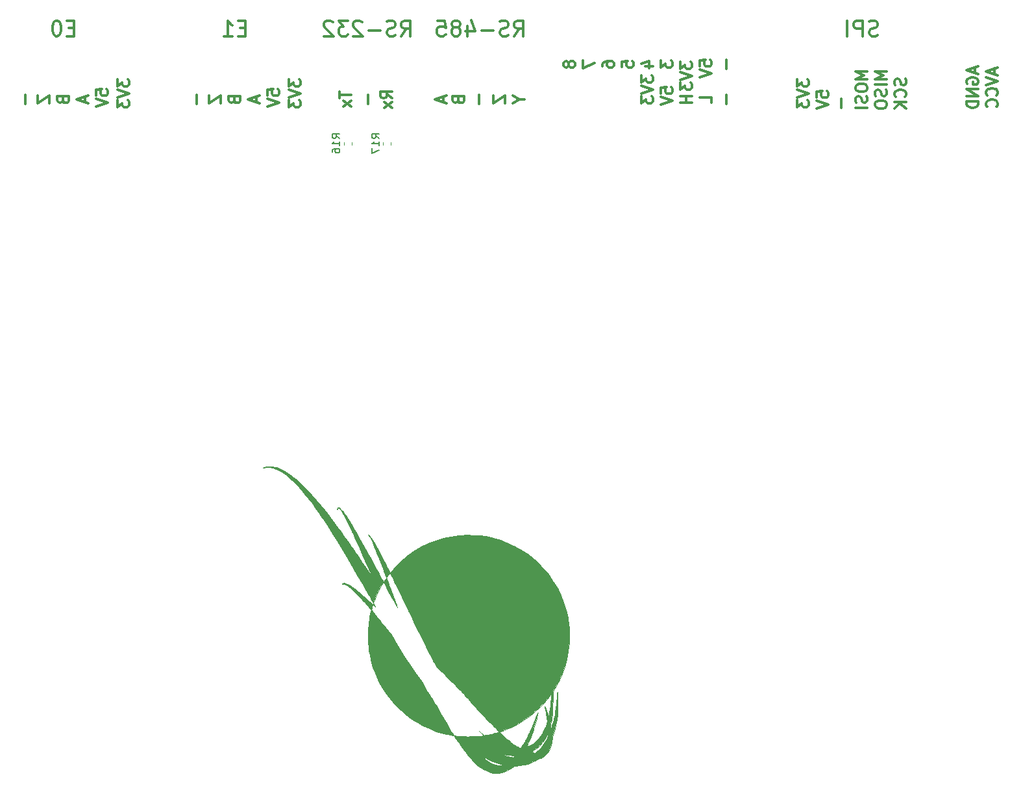
<source format=gbr>
G04 #@! TF.GenerationSoftware,KiCad,Pcbnew,(5.0.2)-1*
G04 #@! TF.CreationDate,2019-03-05T00:15:57-06:00*
G04 #@! TF.ProjectId,ODriveInterfacingBoard,4f447269-7665-4496-9e74-657266616369,rev?*
G04 #@! TF.SameCoordinates,Original*
G04 #@! TF.FileFunction,Legend,Bot*
G04 #@! TF.FilePolarity,Positive*
%FSLAX46Y46*%
G04 Gerber Fmt 4.6, Leading zero omitted, Abs format (unit mm)*
G04 Created by KiCad (PCBNEW (5.0.2)-1) date 3/5/2019 12:15:57 AM*
%MOMM*%
%LPD*%
G01*
G04 APERTURE LIST*
%ADD10C,0.300000*%
%ADD11C,0.120000*%
%ADD12C,0.010000*%
%ADD13C,0.150000*%
G04 APERTURE END LIST*
D10*
X159019619Y-42973523D02*
X158733904Y-43068761D01*
X158257714Y-43068761D01*
X158067238Y-42973523D01*
X157972000Y-42878285D01*
X157876761Y-42687809D01*
X157876761Y-42497333D01*
X157972000Y-42306857D01*
X158067238Y-42211619D01*
X158257714Y-42116380D01*
X158638666Y-42021142D01*
X158829142Y-41925904D01*
X158924380Y-41830666D01*
X159019619Y-41640190D01*
X159019619Y-41449714D01*
X158924380Y-41259238D01*
X158829142Y-41164000D01*
X158638666Y-41068761D01*
X158162476Y-41068761D01*
X157876761Y-41164000D01*
X157019619Y-43068761D02*
X157019619Y-41068761D01*
X156257714Y-41068761D01*
X156067238Y-41164000D01*
X155972000Y-41259238D01*
X155876761Y-41449714D01*
X155876761Y-41735428D01*
X155972000Y-41925904D01*
X156067238Y-42021142D01*
X156257714Y-42116380D01*
X157019619Y-42116380D01*
X155019619Y-43068761D02*
X155019619Y-41068761D01*
X111616571Y-43068761D02*
X112283238Y-42116380D01*
X112759428Y-43068761D02*
X112759428Y-41068761D01*
X111997523Y-41068761D01*
X111807047Y-41164000D01*
X111711809Y-41259238D01*
X111616571Y-41449714D01*
X111616571Y-41735428D01*
X111711809Y-41925904D01*
X111807047Y-42021142D01*
X111997523Y-42116380D01*
X112759428Y-42116380D01*
X110854666Y-42973523D02*
X110568952Y-43068761D01*
X110092761Y-43068761D01*
X109902285Y-42973523D01*
X109807047Y-42878285D01*
X109711809Y-42687809D01*
X109711809Y-42497333D01*
X109807047Y-42306857D01*
X109902285Y-42211619D01*
X110092761Y-42116380D01*
X110473714Y-42021142D01*
X110664190Y-41925904D01*
X110759428Y-41830666D01*
X110854666Y-41640190D01*
X110854666Y-41449714D01*
X110759428Y-41259238D01*
X110664190Y-41164000D01*
X110473714Y-41068761D01*
X109997523Y-41068761D01*
X109711809Y-41164000D01*
X108854666Y-42306857D02*
X107330857Y-42306857D01*
X105521333Y-41735428D02*
X105521333Y-43068761D01*
X105997523Y-40973523D02*
X106473714Y-42402095D01*
X105235619Y-42402095D01*
X104188000Y-41925904D02*
X104378476Y-41830666D01*
X104473714Y-41735428D01*
X104568952Y-41544952D01*
X104568952Y-41449714D01*
X104473714Y-41259238D01*
X104378476Y-41164000D01*
X104188000Y-41068761D01*
X103807047Y-41068761D01*
X103616571Y-41164000D01*
X103521333Y-41259238D01*
X103426095Y-41449714D01*
X103426095Y-41544952D01*
X103521333Y-41735428D01*
X103616571Y-41830666D01*
X103807047Y-41925904D01*
X104188000Y-41925904D01*
X104378476Y-42021142D01*
X104473714Y-42116380D01*
X104568952Y-42306857D01*
X104568952Y-42687809D01*
X104473714Y-42878285D01*
X104378476Y-42973523D01*
X104188000Y-43068761D01*
X103807047Y-43068761D01*
X103616571Y-42973523D01*
X103521333Y-42878285D01*
X103426095Y-42687809D01*
X103426095Y-42306857D01*
X103521333Y-42116380D01*
X103616571Y-42021142D01*
X103807047Y-41925904D01*
X101616571Y-41068761D02*
X102568952Y-41068761D01*
X102664190Y-42021142D01*
X102568952Y-41925904D01*
X102378476Y-41830666D01*
X101902285Y-41830666D01*
X101711809Y-41925904D01*
X101616571Y-42021142D01*
X101521333Y-42211619D01*
X101521333Y-42687809D01*
X101616571Y-42878285D01*
X101711809Y-42973523D01*
X101902285Y-43068761D01*
X102378476Y-43068761D01*
X102568952Y-42973523D01*
X102664190Y-42878285D01*
X96884571Y-43068761D02*
X97551238Y-42116380D01*
X98027428Y-43068761D02*
X98027428Y-41068761D01*
X97265523Y-41068761D01*
X97075047Y-41164000D01*
X96979809Y-41259238D01*
X96884571Y-41449714D01*
X96884571Y-41735428D01*
X96979809Y-41925904D01*
X97075047Y-42021142D01*
X97265523Y-42116380D01*
X98027428Y-42116380D01*
X96122666Y-42973523D02*
X95836952Y-43068761D01*
X95360761Y-43068761D01*
X95170285Y-42973523D01*
X95075047Y-42878285D01*
X94979809Y-42687809D01*
X94979809Y-42497333D01*
X95075047Y-42306857D01*
X95170285Y-42211619D01*
X95360761Y-42116380D01*
X95741714Y-42021142D01*
X95932190Y-41925904D01*
X96027428Y-41830666D01*
X96122666Y-41640190D01*
X96122666Y-41449714D01*
X96027428Y-41259238D01*
X95932190Y-41164000D01*
X95741714Y-41068761D01*
X95265523Y-41068761D01*
X94979809Y-41164000D01*
X94122666Y-42306857D02*
X92598857Y-42306857D01*
X91741714Y-41259238D02*
X91646476Y-41164000D01*
X91456000Y-41068761D01*
X90979809Y-41068761D01*
X90789333Y-41164000D01*
X90694095Y-41259238D01*
X90598857Y-41449714D01*
X90598857Y-41640190D01*
X90694095Y-41925904D01*
X91836952Y-43068761D01*
X90598857Y-43068761D01*
X89932190Y-41068761D02*
X88694095Y-41068761D01*
X89360761Y-41830666D01*
X89075047Y-41830666D01*
X88884571Y-41925904D01*
X88789333Y-42021142D01*
X88694095Y-42211619D01*
X88694095Y-42687809D01*
X88789333Y-42878285D01*
X88884571Y-42973523D01*
X89075047Y-43068761D01*
X89646476Y-43068761D01*
X89836952Y-42973523D01*
X89932190Y-42878285D01*
X87932190Y-41259238D02*
X87836952Y-41164000D01*
X87646476Y-41068761D01*
X87170285Y-41068761D01*
X86979809Y-41164000D01*
X86884571Y-41259238D01*
X86789333Y-41449714D01*
X86789333Y-41640190D01*
X86884571Y-41925904D01*
X88027428Y-43068761D01*
X86789333Y-43068761D01*
X76564952Y-42021142D02*
X75898285Y-42021142D01*
X75612571Y-43068761D02*
X76564952Y-43068761D01*
X76564952Y-41068761D01*
X75612571Y-41068761D01*
X73707809Y-43068761D02*
X74850666Y-43068761D01*
X74279238Y-43068761D02*
X74279238Y-41068761D01*
X74469714Y-41354476D01*
X74660190Y-41544952D01*
X74850666Y-41640190D01*
X54212952Y-42021142D02*
X53546285Y-42021142D01*
X53260571Y-43068761D02*
X54212952Y-43068761D01*
X54212952Y-41068761D01*
X53260571Y-41068761D01*
X52022476Y-41068761D02*
X51832000Y-41068761D01*
X51641523Y-41164000D01*
X51546285Y-41259238D01*
X51451047Y-41449714D01*
X51355809Y-41830666D01*
X51355809Y-42306857D01*
X51451047Y-42687809D01*
X51546285Y-42878285D01*
X51641523Y-42973523D01*
X51832000Y-43068761D01*
X52022476Y-43068761D01*
X52212952Y-42973523D01*
X52308190Y-42878285D01*
X52403428Y-42687809D01*
X52498666Y-42306857D01*
X52498666Y-41830666D01*
X52403428Y-41449714D01*
X52308190Y-41259238D01*
X52212952Y-41164000D01*
X52022476Y-41068761D01*
X174240000Y-47284000D02*
X174240000Y-47998285D01*
X174668571Y-47141142D02*
X173168571Y-47641142D01*
X174668571Y-48141142D01*
X173168571Y-48426857D02*
X174668571Y-48926857D01*
X173168571Y-49426857D01*
X174525714Y-50784000D02*
X174597142Y-50712571D01*
X174668571Y-50498285D01*
X174668571Y-50355428D01*
X174597142Y-50141142D01*
X174454285Y-49998285D01*
X174311428Y-49926857D01*
X174025714Y-49855428D01*
X173811428Y-49855428D01*
X173525714Y-49926857D01*
X173382857Y-49998285D01*
X173240000Y-50141142D01*
X173168571Y-50355428D01*
X173168571Y-50498285D01*
X173240000Y-50712571D01*
X173311428Y-50784000D01*
X174525714Y-52284000D02*
X174597142Y-52212571D01*
X174668571Y-51998285D01*
X174668571Y-51855428D01*
X174597142Y-51641142D01*
X174454285Y-51498285D01*
X174311428Y-51426857D01*
X174025714Y-51355428D01*
X173811428Y-51355428D01*
X173525714Y-51426857D01*
X173382857Y-51498285D01*
X173240000Y-51641142D01*
X173168571Y-51855428D01*
X173168571Y-51998285D01*
X173240000Y-52212571D01*
X173311428Y-52284000D01*
X171700000Y-47141142D02*
X171700000Y-47855428D01*
X172128571Y-46998285D02*
X170628571Y-47498285D01*
X172128571Y-47998285D01*
X170700000Y-49284000D02*
X170628571Y-49141142D01*
X170628571Y-48926857D01*
X170700000Y-48712571D01*
X170842857Y-48569714D01*
X170985714Y-48498285D01*
X171271428Y-48426857D01*
X171485714Y-48426857D01*
X171771428Y-48498285D01*
X171914285Y-48569714D01*
X172057142Y-48712571D01*
X172128571Y-48926857D01*
X172128571Y-49069714D01*
X172057142Y-49284000D01*
X171985714Y-49355428D01*
X171485714Y-49355428D01*
X171485714Y-49069714D01*
X172128571Y-49998285D02*
X170628571Y-49998285D01*
X172128571Y-50855428D01*
X170628571Y-50855428D01*
X172128571Y-51569714D02*
X170628571Y-51569714D01*
X170628571Y-51926857D01*
X170700000Y-52141142D01*
X170842857Y-52284000D01*
X170985714Y-52355428D01*
X171271428Y-52426857D01*
X171485714Y-52426857D01*
X171771428Y-52355428D01*
X171914285Y-52284000D01*
X172057142Y-52141142D01*
X172128571Y-51926857D01*
X172128571Y-51569714D01*
X162659142Y-48617428D02*
X162730571Y-48831714D01*
X162730571Y-49188857D01*
X162659142Y-49331714D01*
X162587714Y-49403142D01*
X162444857Y-49474571D01*
X162302000Y-49474571D01*
X162159142Y-49403142D01*
X162087714Y-49331714D01*
X162016285Y-49188857D01*
X161944857Y-48903142D01*
X161873428Y-48760285D01*
X161802000Y-48688857D01*
X161659142Y-48617428D01*
X161516285Y-48617428D01*
X161373428Y-48688857D01*
X161302000Y-48760285D01*
X161230571Y-48903142D01*
X161230571Y-49260285D01*
X161302000Y-49474571D01*
X162587714Y-50974571D02*
X162659142Y-50903142D01*
X162730571Y-50688857D01*
X162730571Y-50546000D01*
X162659142Y-50331714D01*
X162516285Y-50188857D01*
X162373428Y-50117428D01*
X162087714Y-50046000D01*
X161873428Y-50046000D01*
X161587714Y-50117428D01*
X161444857Y-50188857D01*
X161302000Y-50331714D01*
X161230571Y-50546000D01*
X161230571Y-50688857D01*
X161302000Y-50903142D01*
X161373428Y-50974571D01*
X162730571Y-51617428D02*
X161230571Y-51617428D01*
X162730571Y-52474571D02*
X161873428Y-51831714D01*
X161230571Y-52474571D02*
X162087714Y-51617428D01*
X160190571Y-47680857D02*
X158690571Y-47680857D01*
X159762000Y-48180857D01*
X158690571Y-48680857D01*
X160190571Y-48680857D01*
X160190571Y-49395142D02*
X158690571Y-49395142D01*
X160119142Y-50038000D02*
X160190571Y-50252285D01*
X160190571Y-50609428D01*
X160119142Y-50752285D01*
X160047714Y-50823714D01*
X159904857Y-50895142D01*
X159762000Y-50895142D01*
X159619142Y-50823714D01*
X159547714Y-50752285D01*
X159476285Y-50609428D01*
X159404857Y-50323714D01*
X159333428Y-50180857D01*
X159262000Y-50109428D01*
X159119142Y-50038000D01*
X158976285Y-50038000D01*
X158833428Y-50109428D01*
X158762000Y-50180857D01*
X158690571Y-50323714D01*
X158690571Y-50680857D01*
X158762000Y-50895142D01*
X158690571Y-51823714D02*
X158690571Y-52109428D01*
X158762000Y-52252285D01*
X158904857Y-52395142D01*
X159190571Y-52466571D01*
X159690571Y-52466571D01*
X159976285Y-52395142D01*
X160119142Y-52252285D01*
X160190571Y-52109428D01*
X160190571Y-51823714D01*
X160119142Y-51680857D01*
X159976285Y-51538000D01*
X159690571Y-51466571D01*
X159190571Y-51466571D01*
X158904857Y-51538000D01*
X158762000Y-51680857D01*
X158690571Y-51823714D01*
X157650571Y-47680857D02*
X156150571Y-47680857D01*
X157222000Y-48180857D01*
X156150571Y-48680857D01*
X157650571Y-48680857D01*
X156150571Y-49680857D02*
X156150571Y-49966571D01*
X156222000Y-50109428D01*
X156364857Y-50252285D01*
X156650571Y-50323714D01*
X157150571Y-50323714D01*
X157436285Y-50252285D01*
X157579142Y-50109428D01*
X157650571Y-49966571D01*
X157650571Y-49680857D01*
X157579142Y-49538000D01*
X157436285Y-49395142D01*
X157150571Y-49323714D01*
X156650571Y-49323714D01*
X156364857Y-49395142D01*
X156222000Y-49538000D01*
X156150571Y-49680857D01*
X157579142Y-50895142D02*
X157650571Y-51109428D01*
X157650571Y-51466571D01*
X157579142Y-51609428D01*
X157507714Y-51680857D01*
X157364857Y-51752285D01*
X157222000Y-51752285D01*
X157079142Y-51680857D01*
X157007714Y-51609428D01*
X156936285Y-51466571D01*
X156864857Y-51180857D01*
X156793428Y-51038000D01*
X156722000Y-50966571D01*
X156579142Y-50895142D01*
X156436285Y-50895142D01*
X156293428Y-50966571D01*
X156222000Y-51038000D01*
X156150571Y-51180857D01*
X156150571Y-51538000D01*
X156222000Y-51752285D01*
X157650571Y-52395142D02*
X156150571Y-52395142D01*
X154285142Y-51244571D02*
X154285142Y-52387428D01*
X151070571Y-51022285D02*
X151070571Y-50308000D01*
X151784857Y-50236571D01*
X151713428Y-50308000D01*
X151642000Y-50450857D01*
X151642000Y-50808000D01*
X151713428Y-50950857D01*
X151784857Y-51022285D01*
X151927714Y-51093714D01*
X152284857Y-51093714D01*
X152427714Y-51022285D01*
X152499142Y-50950857D01*
X152570571Y-50808000D01*
X152570571Y-50450857D01*
X152499142Y-50308000D01*
X152427714Y-50236571D01*
X151070571Y-51522285D02*
X152570571Y-52022285D01*
X151070571Y-52522285D01*
X148530571Y-48688857D02*
X148530571Y-49617428D01*
X149102000Y-49117428D01*
X149102000Y-49331714D01*
X149173428Y-49474571D01*
X149244857Y-49546000D01*
X149387714Y-49617428D01*
X149744857Y-49617428D01*
X149887714Y-49546000D01*
X149959142Y-49474571D01*
X150030571Y-49331714D01*
X150030571Y-48903142D01*
X149959142Y-48760285D01*
X149887714Y-48688857D01*
X148530571Y-50046000D02*
X150030571Y-50546000D01*
X148530571Y-51046000D01*
X148530571Y-51403142D02*
X148530571Y-52331714D01*
X149102000Y-51831714D01*
X149102000Y-52046000D01*
X149173428Y-52188857D01*
X149244857Y-52260285D01*
X149387714Y-52331714D01*
X149744857Y-52331714D01*
X149887714Y-52260285D01*
X149959142Y-52188857D01*
X150030571Y-52046000D01*
X150030571Y-51617428D01*
X149959142Y-51474571D01*
X149887714Y-51403142D01*
X134790571Y-50879428D02*
X133290571Y-50879428D01*
X134004857Y-50879428D02*
X134004857Y-51736571D01*
X134790571Y-51736571D02*
X133290571Y-51736571D01*
X137330571Y-51772285D02*
X137330571Y-51058000D01*
X135830571Y-51058000D01*
X139299142Y-50736571D02*
X139299142Y-51879428D01*
X128210571Y-48180857D02*
X128210571Y-49109428D01*
X128782000Y-48609428D01*
X128782000Y-48823714D01*
X128853428Y-48966571D01*
X128924857Y-49038000D01*
X129067714Y-49109428D01*
X129424857Y-49109428D01*
X129567714Y-49038000D01*
X129639142Y-48966571D01*
X129710571Y-48823714D01*
X129710571Y-48395142D01*
X129639142Y-48252285D01*
X129567714Y-48180857D01*
X128210571Y-49538000D02*
X129710571Y-50038000D01*
X128210571Y-50538000D01*
X128210571Y-50895142D02*
X128210571Y-51823714D01*
X128782000Y-51323714D01*
X128782000Y-51538000D01*
X128853428Y-51680857D01*
X128924857Y-51752285D01*
X129067714Y-51823714D01*
X129424857Y-51823714D01*
X129567714Y-51752285D01*
X129639142Y-51680857D01*
X129710571Y-51538000D01*
X129710571Y-51109428D01*
X129639142Y-50966571D01*
X129567714Y-50895142D01*
X130750571Y-50514285D02*
X130750571Y-49800000D01*
X131464857Y-49728571D01*
X131393428Y-49800000D01*
X131322000Y-49942857D01*
X131322000Y-50300000D01*
X131393428Y-50442857D01*
X131464857Y-50514285D01*
X131607714Y-50585714D01*
X131964857Y-50585714D01*
X132107714Y-50514285D01*
X132179142Y-50442857D01*
X132250571Y-50300000D01*
X132250571Y-49942857D01*
X132179142Y-49800000D01*
X132107714Y-49728571D01*
X130750571Y-51014285D02*
X132250571Y-51514285D01*
X130750571Y-52014285D01*
X139299142Y-46164571D02*
X139299142Y-47307428D01*
X133290571Y-46402857D02*
X133290571Y-47331428D01*
X133862000Y-46831428D01*
X133862000Y-47045714D01*
X133933428Y-47188571D01*
X134004857Y-47260000D01*
X134147714Y-47331428D01*
X134504857Y-47331428D01*
X134647714Y-47260000D01*
X134719142Y-47188571D01*
X134790571Y-47045714D01*
X134790571Y-46617142D01*
X134719142Y-46474285D01*
X134647714Y-46402857D01*
X133290571Y-47760000D02*
X134790571Y-48260000D01*
X133290571Y-48760000D01*
X133290571Y-49117142D02*
X133290571Y-50045714D01*
X133862000Y-49545714D01*
X133862000Y-49760000D01*
X133933428Y-49902857D01*
X134004857Y-49974285D01*
X134147714Y-50045714D01*
X134504857Y-50045714D01*
X134647714Y-49974285D01*
X134719142Y-49902857D01*
X134790571Y-49760000D01*
X134790571Y-49331428D01*
X134719142Y-49188571D01*
X134647714Y-49117142D01*
X135830571Y-46958285D02*
X135830571Y-46244000D01*
X136544857Y-46172571D01*
X136473428Y-46244000D01*
X136402000Y-46386857D01*
X136402000Y-46744000D01*
X136473428Y-46886857D01*
X136544857Y-46958285D01*
X136687714Y-47029714D01*
X137044857Y-47029714D01*
X137187714Y-46958285D01*
X137259142Y-46886857D01*
X137330571Y-46744000D01*
X137330571Y-46386857D01*
X137259142Y-46244000D01*
X137187714Y-46172571D01*
X135830571Y-47458285D02*
X137330571Y-47958285D01*
X135830571Y-48458285D01*
X130750571Y-46236000D02*
X130750571Y-47164571D01*
X131322000Y-46664571D01*
X131322000Y-46878857D01*
X131393428Y-47021714D01*
X131464857Y-47093142D01*
X131607714Y-47164571D01*
X131964857Y-47164571D01*
X132107714Y-47093142D01*
X132179142Y-47021714D01*
X132250571Y-46878857D01*
X132250571Y-46450285D01*
X132179142Y-46307428D01*
X132107714Y-46236000D01*
X128710571Y-47021714D02*
X129710571Y-47021714D01*
X128139142Y-46664571D02*
X129210571Y-46307428D01*
X129210571Y-47236000D01*
X125670571Y-47093142D02*
X125670571Y-46378857D01*
X126384857Y-46307428D01*
X126313428Y-46378857D01*
X126242000Y-46521714D01*
X126242000Y-46878857D01*
X126313428Y-47021714D01*
X126384857Y-47093142D01*
X126527714Y-47164571D01*
X126884857Y-47164571D01*
X127027714Y-47093142D01*
X127099142Y-47021714D01*
X127170571Y-46878857D01*
X127170571Y-46521714D01*
X127099142Y-46378857D01*
X127027714Y-46307428D01*
X123130571Y-47021714D02*
X123130571Y-46736000D01*
X123202000Y-46593142D01*
X123273428Y-46521714D01*
X123487714Y-46378857D01*
X123773428Y-46307428D01*
X124344857Y-46307428D01*
X124487714Y-46378857D01*
X124559142Y-46450285D01*
X124630571Y-46593142D01*
X124630571Y-46878857D01*
X124559142Y-47021714D01*
X124487714Y-47093142D01*
X124344857Y-47164571D01*
X123987714Y-47164571D01*
X123844857Y-47093142D01*
X123773428Y-47021714D01*
X123702000Y-46878857D01*
X123702000Y-46593142D01*
X123773428Y-46450285D01*
X123844857Y-46378857D01*
X123987714Y-46307428D01*
X120590571Y-46236000D02*
X120590571Y-47236000D01*
X122090571Y-46593142D01*
X118693428Y-46593142D02*
X118622000Y-46450285D01*
X118550571Y-46378857D01*
X118407714Y-46307428D01*
X118336285Y-46307428D01*
X118193428Y-46378857D01*
X118122000Y-46450285D01*
X118050571Y-46593142D01*
X118050571Y-46878857D01*
X118122000Y-47021714D01*
X118193428Y-47093142D01*
X118336285Y-47164571D01*
X118407714Y-47164571D01*
X118550571Y-47093142D01*
X118622000Y-47021714D01*
X118693428Y-46878857D01*
X118693428Y-46593142D01*
X118764857Y-46450285D01*
X118836285Y-46378857D01*
X118979142Y-46307428D01*
X119264857Y-46307428D01*
X119407714Y-46378857D01*
X119479142Y-46450285D01*
X119550571Y-46593142D01*
X119550571Y-46878857D01*
X119479142Y-47021714D01*
X119407714Y-47093142D01*
X119264857Y-47164571D01*
X118979142Y-47164571D01*
X118836285Y-47093142D01*
X118764857Y-47021714D01*
X118693428Y-46878857D01*
X112232285Y-51308000D02*
X112946571Y-51308000D01*
X111446571Y-50808000D02*
X112232285Y-51308000D01*
X111446571Y-51808000D01*
X108906571Y-50808000D02*
X108906571Y-51808000D01*
X110406571Y-50808000D01*
X110406571Y-51808000D01*
X104286857Y-51415142D02*
X104358285Y-51629428D01*
X104429714Y-51700857D01*
X104572571Y-51772285D01*
X104786857Y-51772285D01*
X104929714Y-51700857D01*
X105001142Y-51629428D01*
X105072571Y-51486571D01*
X105072571Y-50915142D01*
X103572571Y-50915142D01*
X103572571Y-51415142D01*
X103644000Y-51558000D01*
X103715428Y-51629428D01*
X103858285Y-51700857D01*
X104001142Y-51700857D01*
X104144000Y-51629428D01*
X104215428Y-51558000D01*
X104286857Y-51415142D01*
X104286857Y-50915142D01*
X107041142Y-51879428D02*
X107041142Y-50736571D01*
X102358000Y-50950857D02*
X102358000Y-51665142D01*
X102786571Y-50808000D02*
X101286571Y-51308000D01*
X102786571Y-51808000D01*
X95674571Y-51165142D02*
X94960285Y-50665142D01*
X95674571Y-50308000D02*
X94174571Y-50308000D01*
X94174571Y-50879428D01*
X94246000Y-51022285D01*
X94317428Y-51093714D01*
X94460285Y-51165142D01*
X94674571Y-51165142D01*
X94817428Y-51093714D01*
X94888857Y-51022285D01*
X94960285Y-50879428D01*
X94960285Y-50308000D01*
X95674571Y-51665142D02*
X94674571Y-52450857D01*
X94674571Y-51665142D02*
X95674571Y-52450857D01*
X92563142Y-50736571D02*
X92563142Y-51879428D01*
X88840571Y-50272285D02*
X88840571Y-51129428D01*
X90340571Y-50700857D02*
X88840571Y-50700857D01*
X90340571Y-51486571D02*
X89340571Y-52272285D01*
X89340571Y-51486571D02*
X90340571Y-52272285D01*
X79442571Y-50768285D02*
X79442571Y-50054000D01*
X80156857Y-49982571D01*
X80085428Y-50054000D01*
X80014000Y-50196857D01*
X80014000Y-50554000D01*
X80085428Y-50696857D01*
X80156857Y-50768285D01*
X80299714Y-50839714D01*
X80656857Y-50839714D01*
X80799714Y-50768285D01*
X80871142Y-50696857D01*
X80942571Y-50554000D01*
X80942571Y-50196857D01*
X80871142Y-50054000D01*
X80799714Y-49982571D01*
X79442571Y-51268285D02*
X80942571Y-51768285D01*
X79442571Y-52268285D01*
X70211142Y-51879428D02*
X70211142Y-50736571D01*
X71822571Y-50808000D02*
X71822571Y-51808000D01*
X73322571Y-50808000D01*
X73322571Y-51808000D01*
X77974000Y-50950857D02*
X77974000Y-51665142D01*
X78402571Y-50808000D02*
X76902571Y-51308000D01*
X78402571Y-51808000D01*
X82236571Y-48688857D02*
X82236571Y-49617428D01*
X82808000Y-49117428D01*
X82808000Y-49331714D01*
X82879428Y-49474571D01*
X82950857Y-49546000D01*
X83093714Y-49617428D01*
X83450857Y-49617428D01*
X83593714Y-49546000D01*
X83665142Y-49474571D01*
X83736571Y-49331714D01*
X83736571Y-48903142D01*
X83665142Y-48760285D01*
X83593714Y-48688857D01*
X82236571Y-50046000D02*
X83736571Y-50546000D01*
X82236571Y-51046000D01*
X82236571Y-51403142D02*
X82236571Y-52331714D01*
X82808000Y-51831714D01*
X82808000Y-52046000D01*
X82879428Y-52188857D01*
X82950857Y-52260285D01*
X83093714Y-52331714D01*
X83450857Y-52331714D01*
X83593714Y-52260285D01*
X83665142Y-52188857D01*
X83736571Y-52046000D01*
X83736571Y-51617428D01*
X83665142Y-51474571D01*
X83593714Y-51403142D01*
X75076857Y-51415142D02*
X75148285Y-51629428D01*
X75219714Y-51700857D01*
X75362571Y-51772285D01*
X75576857Y-51772285D01*
X75719714Y-51700857D01*
X75791142Y-51629428D01*
X75862571Y-51486571D01*
X75862571Y-50915142D01*
X74362571Y-50915142D01*
X74362571Y-51415142D01*
X74434000Y-51558000D01*
X74505428Y-51629428D01*
X74648285Y-51700857D01*
X74791142Y-51700857D01*
X74934000Y-51629428D01*
X75005428Y-51558000D01*
X75076857Y-51415142D01*
X75076857Y-50915142D01*
X59884571Y-48688857D02*
X59884571Y-49617428D01*
X60456000Y-49117428D01*
X60456000Y-49331714D01*
X60527428Y-49474571D01*
X60598857Y-49546000D01*
X60741714Y-49617428D01*
X61098857Y-49617428D01*
X61241714Y-49546000D01*
X61313142Y-49474571D01*
X61384571Y-49331714D01*
X61384571Y-48903142D01*
X61313142Y-48760285D01*
X61241714Y-48688857D01*
X59884571Y-50046000D02*
X61384571Y-50546000D01*
X59884571Y-51046000D01*
X59884571Y-51403142D02*
X59884571Y-52331714D01*
X60456000Y-51831714D01*
X60456000Y-52046000D01*
X60527428Y-52188857D01*
X60598857Y-52260285D01*
X60741714Y-52331714D01*
X61098857Y-52331714D01*
X61241714Y-52260285D01*
X61313142Y-52188857D01*
X61384571Y-52046000D01*
X61384571Y-51617428D01*
X61313142Y-51474571D01*
X61241714Y-51403142D01*
X57090571Y-50768285D02*
X57090571Y-50054000D01*
X57804857Y-49982571D01*
X57733428Y-50054000D01*
X57662000Y-50196857D01*
X57662000Y-50554000D01*
X57733428Y-50696857D01*
X57804857Y-50768285D01*
X57947714Y-50839714D01*
X58304857Y-50839714D01*
X58447714Y-50768285D01*
X58519142Y-50696857D01*
X58590571Y-50554000D01*
X58590571Y-50196857D01*
X58519142Y-50054000D01*
X58447714Y-49982571D01*
X57090571Y-51268285D02*
X58590571Y-51768285D01*
X57090571Y-52268285D01*
X55622000Y-50950857D02*
X55622000Y-51665142D01*
X56050571Y-50808000D02*
X54550571Y-51308000D01*
X56050571Y-51808000D01*
X52724857Y-51415142D02*
X52796285Y-51629428D01*
X52867714Y-51700857D01*
X53010571Y-51772285D01*
X53224857Y-51772285D01*
X53367714Y-51700857D01*
X53439142Y-51629428D01*
X53510571Y-51486571D01*
X53510571Y-50915142D01*
X52010571Y-50915142D01*
X52010571Y-51415142D01*
X52082000Y-51558000D01*
X52153428Y-51629428D01*
X52296285Y-51700857D01*
X52439142Y-51700857D01*
X52582000Y-51629428D01*
X52653428Y-51558000D01*
X52724857Y-51415142D01*
X52724857Y-50915142D01*
X49470571Y-50808000D02*
X49470571Y-51808000D01*
X50970571Y-50808000D01*
X50970571Y-51808000D01*
X47859142Y-51879428D02*
X47859142Y-50736571D01*
D11*
G04 #@! TO.C,R16*
X89406000Y-56865733D02*
X89406000Y-57208267D01*
X90426000Y-56865733D02*
X90426000Y-57208267D01*
G04 #@! TO.C,R17*
X95506000Y-56865733D02*
X95506000Y-57208267D01*
X94486000Y-56865733D02*
X94486000Y-57208267D01*
D12*
G04 #@! TO.C,G\002A\002A\002A*
G36*
X79464008Y-99152022D02*
X79202186Y-99189784D01*
X78989011Y-99251759D01*
X78956495Y-99265838D01*
X78826000Y-99326310D01*
X78946000Y-99306011D01*
X79363646Y-99259171D01*
X79754836Y-99262290D01*
X80101802Y-99315174D01*
X80116128Y-99318730D01*
X80520451Y-99451694D01*
X80941782Y-99650936D01*
X81381558Y-99917625D01*
X81841219Y-100252932D01*
X82322199Y-100658026D01*
X82825937Y-101134076D01*
X83353870Y-101682254D01*
X83907434Y-102303728D01*
X84183277Y-102629138D01*
X84438830Y-102937781D01*
X84682974Y-103238754D01*
X84919534Y-103537587D01*
X85152337Y-103839812D01*
X85385207Y-104150959D01*
X85621972Y-104476558D01*
X85866456Y-104822140D01*
X86122487Y-105193235D01*
X86393889Y-105595374D01*
X86684489Y-106034088D01*
X86998113Y-106514908D01*
X87338586Y-107043362D01*
X87709734Y-107624983D01*
X88115384Y-108265301D01*
X88456280Y-108806000D01*
X89233659Y-110059579D01*
X89981356Y-111302320D01*
X90687351Y-112514163D01*
X90865031Y-112826000D01*
X91025607Y-113107740D01*
X91211639Y-113431781D01*
X91407812Y-113771592D01*
X91598812Y-114100643D01*
X91766400Y-114387425D01*
X91933320Y-114673561D01*
X92116422Y-114990441D01*
X92301575Y-115313410D01*
X92474646Y-115617813D01*
X92621505Y-115878997D01*
X92626204Y-115887425D01*
X92752858Y-116114273D01*
X92873012Y-116328758D01*
X92978670Y-116516665D01*
X93061839Y-116663778D01*
X93114525Y-116755880D01*
X93116184Y-116758732D01*
X93216805Y-116931465D01*
X93372092Y-116518732D01*
X93453540Y-116314609D01*
X93554800Y-116080175D01*
X93670792Y-115825397D01*
X93796437Y-115560240D01*
X93926655Y-115294671D01*
X94056365Y-115038656D01*
X94180488Y-114802161D01*
X94293943Y-114595151D01*
X94391650Y-114427593D01*
X94468530Y-114309452D01*
X94519503Y-114250696D01*
X94530577Y-114246000D01*
X94557454Y-114279442D01*
X94615149Y-114372177D01*
X94697006Y-114512815D01*
X94796370Y-114689970D01*
X94887057Y-114856000D01*
X95033488Y-115126105D01*
X95190507Y-115413897D01*
X95353333Y-115710778D01*
X95517182Y-116008152D01*
X95677274Y-116297425D01*
X95828825Y-116569999D01*
X95967055Y-116817280D01*
X96087181Y-117030670D01*
X96184421Y-117201575D01*
X96253993Y-117321398D01*
X96291114Y-117381544D01*
X96294529Y-117386000D01*
X96297304Y-117368441D01*
X96276042Y-117289577D01*
X96234785Y-117163015D01*
X96193524Y-117046000D01*
X96093317Y-116770664D01*
X95981929Y-116466929D01*
X95862543Y-116143274D01*
X95738342Y-115808180D01*
X95612511Y-115470127D01*
X95488234Y-115137594D01*
X95368694Y-114819062D01*
X95257075Y-114523011D01*
X95156561Y-114257920D01*
X95070336Y-114032270D01*
X95001583Y-113854541D01*
X94953486Y-113733212D01*
X94929229Y-113676764D01*
X94927514Y-113674000D01*
X94893775Y-113689642D01*
X94830495Y-113759662D01*
X94749791Y-113870142D01*
X94727303Y-113904000D01*
X94643869Y-114027312D01*
X94575866Y-114119102D01*
X94535463Y-114163174D01*
X94531302Y-114164856D01*
X94505976Y-114130804D01*
X94449041Y-114036050D01*
X94366188Y-113890664D01*
X94263112Y-113704712D01*
X94145505Y-113488265D01*
X94086000Y-113377312D01*
X93945870Y-113116403D01*
X93778096Y-112806389D01*
X93593998Y-112468040D01*
X93404891Y-112122122D01*
X93222095Y-111789404D01*
X93111139Y-111588456D01*
X92950075Y-111296970D01*
X92760877Y-110953749D01*
X92553714Y-110577292D01*
X92338756Y-110186096D01*
X92126172Y-109798662D01*
X91926132Y-109433487D01*
X91856393Y-109306000D01*
X91532274Y-108717935D01*
X91213913Y-108149471D01*
X90904759Y-107606393D01*
X90608261Y-107094486D01*
X90327867Y-106619535D01*
X90067026Y-106187328D01*
X89829186Y-105803648D01*
X89617796Y-105474281D01*
X89436306Y-105205013D01*
X89299221Y-105016014D01*
X89107200Y-104784477D01*
X88935944Y-104618004D01*
X88788290Y-104518182D01*
X88667076Y-104486593D01*
X88575142Y-104524824D01*
X88532421Y-104587882D01*
X88492822Y-104694731D01*
X88486007Y-104757550D01*
X88508543Y-104765938D01*
X88556996Y-104709499D01*
X88567220Y-104693273D01*
X88644407Y-104599520D01*
X88716121Y-104573317D01*
X88717071Y-104573487D01*
X88792244Y-104621470D01*
X88896357Y-104741286D01*
X89028145Y-104930693D01*
X89186342Y-105187443D01*
X89369685Y-105509294D01*
X89576907Y-105894000D01*
X89806743Y-106339316D01*
X90057930Y-106842998D01*
X90329201Y-107402801D01*
X90426012Y-107606000D01*
X90521354Y-107809159D01*
X90637724Y-108060809D01*
X90772193Y-108354366D01*
X90921834Y-108683247D01*
X91083718Y-109040869D01*
X91254918Y-109420650D01*
X91432505Y-109816005D01*
X91613551Y-110220353D01*
X91795129Y-110627109D01*
X91974310Y-111029691D01*
X92148166Y-111421515D01*
X92313769Y-111795999D01*
X92468191Y-112146560D01*
X92608504Y-112466614D01*
X92731780Y-112749578D01*
X92835090Y-112988869D01*
X92915508Y-113177905D01*
X92970104Y-113310102D01*
X92995951Y-113378876D01*
X92997466Y-113387345D01*
X92972977Y-113358723D01*
X92910266Y-113272473D01*
X92815537Y-113137499D01*
X92694992Y-112962705D01*
X92554836Y-112756994D01*
X92446000Y-112595834D01*
X92264571Y-112327895D01*
X92049775Y-112013501D01*
X91807095Y-111660486D01*
X91542014Y-111276684D01*
X91260015Y-110869927D01*
X90966580Y-110448048D01*
X90667192Y-110018881D01*
X90367333Y-109590258D01*
X90072487Y-109170014D01*
X89788135Y-108765980D01*
X89519761Y-108385990D01*
X89272847Y-108037877D01*
X89052876Y-107729475D01*
X88865331Y-107468616D01*
X88715694Y-107263134D01*
X88673478Y-107206000D01*
X87943298Y-106235070D01*
X87246956Y-105334332D01*
X86582944Y-104502212D01*
X85949752Y-103737136D01*
X85345869Y-103037530D01*
X84769787Y-102401818D01*
X84219995Y-101828427D01*
X83694983Y-101315783D01*
X83193243Y-100862311D01*
X82713263Y-100466437D01*
X82253534Y-100126586D01*
X81812546Y-99841185D01*
X81388790Y-99608659D01*
X81386000Y-99607273D01*
X81070126Y-99456521D01*
X80801282Y-99343353D01*
X80559775Y-99261216D01*
X80325914Y-99203556D01*
X80080006Y-99163822D01*
X80037759Y-99158635D01*
X79750519Y-99140847D01*
X79464008Y-99152022D01*
X79464008Y-99152022D01*
G37*
X79464008Y-99152022D02*
X79202186Y-99189784D01*
X78989011Y-99251759D01*
X78956495Y-99265838D01*
X78826000Y-99326310D01*
X78946000Y-99306011D01*
X79363646Y-99259171D01*
X79754836Y-99262290D01*
X80101802Y-99315174D01*
X80116128Y-99318730D01*
X80520451Y-99451694D01*
X80941782Y-99650936D01*
X81381558Y-99917625D01*
X81841219Y-100252932D01*
X82322199Y-100658026D01*
X82825937Y-101134076D01*
X83353870Y-101682254D01*
X83907434Y-102303728D01*
X84183277Y-102629138D01*
X84438830Y-102937781D01*
X84682974Y-103238754D01*
X84919534Y-103537587D01*
X85152337Y-103839812D01*
X85385207Y-104150959D01*
X85621972Y-104476558D01*
X85866456Y-104822140D01*
X86122487Y-105193235D01*
X86393889Y-105595374D01*
X86684489Y-106034088D01*
X86998113Y-106514908D01*
X87338586Y-107043362D01*
X87709734Y-107624983D01*
X88115384Y-108265301D01*
X88456280Y-108806000D01*
X89233659Y-110059579D01*
X89981356Y-111302320D01*
X90687351Y-112514163D01*
X90865031Y-112826000D01*
X91025607Y-113107740D01*
X91211639Y-113431781D01*
X91407812Y-113771592D01*
X91598812Y-114100643D01*
X91766400Y-114387425D01*
X91933320Y-114673561D01*
X92116422Y-114990441D01*
X92301575Y-115313410D01*
X92474646Y-115617813D01*
X92621505Y-115878997D01*
X92626204Y-115887425D01*
X92752858Y-116114273D01*
X92873012Y-116328758D01*
X92978670Y-116516665D01*
X93061839Y-116663778D01*
X93114525Y-116755880D01*
X93116184Y-116758732D01*
X93216805Y-116931465D01*
X93372092Y-116518732D01*
X93453540Y-116314609D01*
X93554800Y-116080175D01*
X93670792Y-115825397D01*
X93796437Y-115560240D01*
X93926655Y-115294671D01*
X94056365Y-115038656D01*
X94180488Y-114802161D01*
X94293943Y-114595151D01*
X94391650Y-114427593D01*
X94468530Y-114309452D01*
X94519503Y-114250696D01*
X94530577Y-114246000D01*
X94557454Y-114279442D01*
X94615149Y-114372177D01*
X94697006Y-114512815D01*
X94796370Y-114689970D01*
X94887057Y-114856000D01*
X95033488Y-115126105D01*
X95190507Y-115413897D01*
X95353333Y-115710778D01*
X95517182Y-116008152D01*
X95677274Y-116297425D01*
X95828825Y-116569999D01*
X95967055Y-116817280D01*
X96087181Y-117030670D01*
X96184421Y-117201575D01*
X96253993Y-117321398D01*
X96291114Y-117381544D01*
X96294529Y-117386000D01*
X96297304Y-117368441D01*
X96276042Y-117289577D01*
X96234785Y-117163015D01*
X96193524Y-117046000D01*
X96093317Y-116770664D01*
X95981929Y-116466929D01*
X95862543Y-116143274D01*
X95738342Y-115808180D01*
X95612511Y-115470127D01*
X95488234Y-115137594D01*
X95368694Y-114819062D01*
X95257075Y-114523011D01*
X95156561Y-114257920D01*
X95070336Y-114032270D01*
X95001583Y-113854541D01*
X94953486Y-113733212D01*
X94929229Y-113676764D01*
X94927514Y-113674000D01*
X94893775Y-113689642D01*
X94830495Y-113759662D01*
X94749791Y-113870142D01*
X94727303Y-113904000D01*
X94643869Y-114027312D01*
X94575866Y-114119102D01*
X94535463Y-114163174D01*
X94531302Y-114164856D01*
X94505976Y-114130804D01*
X94449041Y-114036050D01*
X94366188Y-113890664D01*
X94263112Y-113704712D01*
X94145505Y-113488265D01*
X94086000Y-113377312D01*
X93945870Y-113116403D01*
X93778096Y-112806389D01*
X93593998Y-112468040D01*
X93404891Y-112122122D01*
X93222095Y-111789404D01*
X93111139Y-111588456D01*
X92950075Y-111296970D01*
X92760877Y-110953749D01*
X92553714Y-110577292D01*
X92338756Y-110186096D01*
X92126172Y-109798662D01*
X91926132Y-109433487D01*
X91856393Y-109306000D01*
X91532274Y-108717935D01*
X91213913Y-108149471D01*
X90904759Y-107606393D01*
X90608261Y-107094486D01*
X90327867Y-106619535D01*
X90067026Y-106187328D01*
X89829186Y-105803648D01*
X89617796Y-105474281D01*
X89436306Y-105205013D01*
X89299221Y-105016014D01*
X89107200Y-104784477D01*
X88935944Y-104618004D01*
X88788290Y-104518182D01*
X88667076Y-104486593D01*
X88575142Y-104524824D01*
X88532421Y-104587882D01*
X88492822Y-104694731D01*
X88486007Y-104757550D01*
X88508543Y-104765938D01*
X88556996Y-104709499D01*
X88567220Y-104693273D01*
X88644407Y-104599520D01*
X88716121Y-104573317D01*
X88717071Y-104573487D01*
X88792244Y-104621470D01*
X88896357Y-104741286D01*
X89028145Y-104930693D01*
X89186342Y-105187443D01*
X89369685Y-105509294D01*
X89576907Y-105894000D01*
X89806743Y-106339316D01*
X90057930Y-106842998D01*
X90329201Y-107402801D01*
X90426012Y-107606000D01*
X90521354Y-107809159D01*
X90637724Y-108060809D01*
X90772193Y-108354366D01*
X90921834Y-108683247D01*
X91083718Y-109040869D01*
X91254918Y-109420650D01*
X91432505Y-109816005D01*
X91613551Y-110220353D01*
X91795129Y-110627109D01*
X91974310Y-111029691D01*
X92148166Y-111421515D01*
X92313769Y-111795999D01*
X92468191Y-112146560D01*
X92608504Y-112466614D01*
X92731780Y-112749578D01*
X92835090Y-112988869D01*
X92915508Y-113177905D01*
X92970104Y-113310102D01*
X92995951Y-113378876D01*
X92997466Y-113387345D01*
X92972977Y-113358723D01*
X92910266Y-113272473D01*
X92815537Y-113137499D01*
X92694992Y-112962705D01*
X92554836Y-112756994D01*
X92446000Y-112595834D01*
X92264571Y-112327895D01*
X92049775Y-112013501D01*
X91807095Y-111660486D01*
X91542014Y-111276684D01*
X91260015Y-110869927D01*
X90966580Y-110448048D01*
X90667192Y-110018881D01*
X90367333Y-109590258D01*
X90072487Y-109170014D01*
X89788135Y-108765980D01*
X89519761Y-108385990D01*
X89272847Y-108037877D01*
X89052876Y-107729475D01*
X88865331Y-107468616D01*
X88715694Y-107263134D01*
X88673478Y-107206000D01*
X87943298Y-106235070D01*
X87246956Y-105334332D01*
X86582944Y-104502212D01*
X85949752Y-103737136D01*
X85345869Y-103037530D01*
X84769787Y-102401818D01*
X84219995Y-101828427D01*
X83694983Y-101315783D01*
X83193243Y-100862311D01*
X82713263Y-100466437D01*
X82253534Y-100126586D01*
X81812546Y-99841185D01*
X81388790Y-99608659D01*
X81386000Y-99607273D01*
X81070126Y-99456521D01*
X80801282Y-99343353D01*
X80559775Y-99261216D01*
X80325914Y-99203556D01*
X80080006Y-99163822D01*
X80037759Y-99158635D01*
X79750519Y-99140847D01*
X79464008Y-99152022D01*
G36*
X96326000Y-117466000D02*
X96346000Y-117486000D01*
X96366000Y-117466000D01*
X96346000Y-117446000D01*
X96326000Y-117466000D01*
X96326000Y-117466000D01*
G37*
X96326000Y-117466000D02*
X96346000Y-117486000D01*
X96366000Y-117466000D01*
X96346000Y-117446000D01*
X96326000Y-117466000D01*
G36*
X92573220Y-108069799D02*
X92594167Y-108118011D01*
X92662287Y-108220570D01*
X92701369Y-108275907D01*
X92774480Y-108383826D01*
X92846113Y-108502280D01*
X92920763Y-108640743D01*
X93002925Y-108808687D01*
X93097095Y-109015585D01*
X93207766Y-109270909D01*
X93339435Y-109584132D01*
X93456657Y-109867570D01*
X93556350Y-110112307D01*
X93679307Y-110418193D01*
X93820195Y-110771662D01*
X93973684Y-111159147D01*
X94134443Y-111567081D01*
X94297142Y-111981897D01*
X94456449Y-112390030D01*
X94607035Y-112777912D01*
X94743567Y-113131977D01*
X94860717Y-113438658D01*
X94884027Y-113500187D01*
X94927205Y-113614375D01*
X95151567Y-113307152D01*
X95250766Y-113178708D01*
X95334531Y-113083881D01*
X95391270Y-113035091D01*
X95407411Y-113032964D01*
X95429795Y-113073802D01*
X95483900Y-113180650D01*
X95566752Y-113347435D01*
X95675380Y-113568080D01*
X95806811Y-113836511D01*
X95958074Y-114146651D01*
X96126196Y-114492427D01*
X96308206Y-114867762D01*
X96501131Y-115266582D01*
X96578121Y-115426000D01*
X97021371Y-116343694D01*
X97432681Y-117194112D01*
X97814480Y-117982219D01*
X98169195Y-118712980D01*
X98499255Y-119391361D01*
X98807088Y-120022326D01*
X99095124Y-120610842D01*
X99365790Y-121161872D01*
X99621514Y-121680382D01*
X99864725Y-122171338D01*
X100097852Y-122639704D01*
X100323323Y-123090446D01*
X100451666Y-123346000D01*
X100625613Y-123693912D01*
X100774149Y-123992996D01*
X100902556Y-124250118D01*
X101016116Y-124472147D01*
X101120114Y-124665950D01*
X101219830Y-124838394D01*
X101320548Y-124996346D01*
X101427551Y-125146674D01*
X101546121Y-125296246D01*
X101681541Y-125451928D01*
X101839093Y-125620589D01*
X102024061Y-125809096D01*
X102241727Y-126024315D01*
X102497373Y-126273116D01*
X102796282Y-126562364D01*
X103143738Y-126898928D01*
X103306000Y-127056615D01*
X103598678Y-127342996D01*
X103885017Y-127626172D01*
X104157545Y-127898549D01*
X104408792Y-128152532D01*
X104631287Y-128380527D01*
X104817557Y-128574937D01*
X104960131Y-128728169D01*
X105043123Y-128822445D01*
X105268832Y-129087830D01*
X105542528Y-129401635D01*
X105856209Y-129755143D01*
X106201867Y-130139633D01*
X106571500Y-130546388D01*
X106957102Y-130966691D01*
X107350668Y-131391822D01*
X107744194Y-131813063D01*
X108129674Y-132221696D01*
X108499104Y-132609003D01*
X108844480Y-132966265D01*
X108900994Y-133024171D01*
X109092133Y-133220268D01*
X109262797Y-133396426D01*
X109405611Y-133544943D01*
X109513197Y-133658118D01*
X109578181Y-133728250D01*
X109594496Y-133748242D01*
X109545331Y-133765759D01*
X109433937Y-133797807D01*
X109275912Y-133840410D01*
X109086856Y-133889593D01*
X108882370Y-133941377D01*
X108678052Y-133991787D01*
X108489503Y-134036847D01*
X108332322Y-134072579D01*
X108271597Y-134085455D01*
X108014703Y-134133895D01*
X107828007Y-134159406D01*
X107705205Y-134162458D01*
X107639992Y-134143516D01*
X107630335Y-134133013D01*
X107592119Y-134095309D01*
X107505647Y-134020374D01*
X107385432Y-133920578D01*
X107297975Y-133849763D01*
X106986000Y-133599499D01*
X107301673Y-133897233D01*
X107617346Y-134194968D01*
X107481673Y-134219249D01*
X107241197Y-134254031D01*
X106952969Y-134282206D01*
X106627911Y-134303854D01*
X106276943Y-134319055D01*
X105910987Y-134327888D01*
X105540964Y-134330434D01*
X105177794Y-134326772D01*
X104832398Y-134316983D01*
X104515698Y-134301146D01*
X104238615Y-134279341D01*
X104012069Y-134251649D01*
X103846981Y-134218149D01*
X103775451Y-134192118D01*
X103729712Y-134144925D01*
X103648759Y-134035246D01*
X103536904Y-133870149D01*
X103398461Y-133656699D01*
X103237744Y-133401965D01*
X103059066Y-133113012D01*
X102866742Y-132796908D01*
X102665084Y-132460719D01*
X102458407Y-132111511D01*
X102251023Y-131756353D01*
X102047248Y-131402309D01*
X101851393Y-131056447D01*
X101745134Y-130866000D01*
X101576517Y-130567126D01*
X101395422Y-130255091D01*
X101212406Y-129947473D01*
X101038026Y-129661850D01*
X100882839Y-129415799D01*
X100784173Y-129266000D01*
X100636553Y-129040595D01*
X100465115Y-128766739D01*
X100283355Y-128466744D01*
X100104770Y-128162924D01*
X99942856Y-127877592D01*
X99926657Y-127848317D01*
X99727869Y-127497120D01*
X99532389Y-127172532D01*
X99326155Y-126852732D01*
X99095108Y-126515901D01*
X98831099Y-126148317D01*
X98265748Y-125358416D01*
X97731508Y-124577998D01*
X97215960Y-123787815D01*
X96706684Y-122968619D01*
X96191261Y-122101165D01*
X95951753Y-121686000D01*
X95808035Y-121439039D01*
X95677254Y-121225866D01*
X95547622Y-121029778D01*
X95407350Y-120834070D01*
X95244651Y-120622039D01*
X95047737Y-120376980D01*
X94907319Y-120206000D01*
X94713522Y-119970923D01*
X94520754Y-119736441D01*
X94339946Y-119515898D01*
X94182029Y-119322640D01*
X94057934Y-119170009D01*
X94006278Y-119106000D01*
X93881962Y-118952856D01*
X93724563Y-118761363D01*
X93552782Y-118554152D01*
X93385317Y-118353853D01*
X93357629Y-118320939D01*
X93221278Y-118155837D01*
X93105579Y-118009672D01*
X93019571Y-117894346D01*
X92972292Y-117821759D01*
X92966000Y-117805251D01*
X92976672Y-117745184D01*
X93004131Y-117636020D01*
X93041546Y-117501270D01*
X93082084Y-117364446D01*
X93118913Y-117249059D01*
X93145201Y-117178621D01*
X93151039Y-117168494D01*
X93185965Y-117184691D01*
X93261018Y-117244132D01*
X93354097Y-117328494D01*
X93446408Y-117411680D01*
X93489622Y-117439243D01*
X93481243Y-117409637D01*
X93479039Y-117406000D01*
X93423116Y-117308760D01*
X93354316Y-117181047D01*
X93327172Y-117128557D01*
X93272586Y-117025953D01*
X93239108Y-116986112D01*
X93212749Y-116999906D01*
X93189785Y-117038928D01*
X93168257Y-117071656D01*
X93141068Y-117082871D01*
X93097936Y-117066145D01*
X93028579Y-117015048D01*
X92922715Y-116923150D01*
X92770060Y-116784023D01*
X92744395Y-116760434D01*
X92291662Y-116347673D01*
X91888334Y-115987690D01*
X91528452Y-115675516D01*
X91206056Y-115406181D01*
X90915190Y-115174715D01*
X90649893Y-114976148D01*
X90404207Y-114805510D01*
X90386000Y-114793432D01*
X90060363Y-114591799D01*
X89781716Y-114448267D01*
X89551445Y-114363328D01*
X89370935Y-114337474D01*
X89241572Y-114371197D01*
X89226000Y-114381932D01*
X89183300Y-114419334D01*
X89191249Y-114437599D01*
X89261435Y-114443849D01*
X89328169Y-114444727D01*
X89506498Y-114471176D01*
X89683433Y-114555814D01*
X89691312Y-114560770D01*
X89831414Y-114659760D01*
X90012870Y-114802897D01*
X90220938Y-114977294D01*
X90440875Y-115170061D01*
X90657938Y-115368310D01*
X90857384Y-115559154D01*
X91006000Y-115710084D01*
X91129427Y-115841651D01*
X91285784Y-116010329D01*
X91466862Y-116207074D01*
X91664455Y-116422846D01*
X91870354Y-116648602D01*
X92076353Y-116875298D01*
X92274243Y-117093894D01*
X92455818Y-117295346D01*
X92612869Y-117470613D01*
X92737190Y-117610651D01*
X92820572Y-117706419D01*
X92847924Y-117739360D01*
X92936087Y-117851440D01*
X92827899Y-118338720D01*
X92739028Y-118761960D01*
X92669925Y-119149305D01*
X92617976Y-119523367D01*
X92580567Y-119906760D01*
X92555082Y-120322098D01*
X92538907Y-120791996D01*
X92537541Y-120849885D01*
X92532527Y-121500168D01*
X92549958Y-122093773D01*
X92591907Y-122651385D01*
X92660447Y-123193689D01*
X92757651Y-123741371D01*
X92884273Y-124309673D01*
X93161159Y-125284704D01*
X93511199Y-126230823D01*
X93931575Y-127144184D01*
X94419469Y-128020946D01*
X94972066Y-128857265D01*
X95586547Y-129649298D01*
X96260096Y-130393202D01*
X96989896Y-131085133D01*
X97773129Y-131721249D01*
X98606978Y-132297707D01*
X98850207Y-132448545D01*
X99680322Y-132909373D01*
X100548677Y-133312486D01*
X101441968Y-133652873D01*
X102346889Y-133925521D01*
X103250135Y-134125417D01*
X103346000Y-134142266D01*
X103556271Y-134185067D01*
X103691944Y-134229210D01*
X103757383Y-134274962D01*
X103793669Y-134326705D01*
X103868421Y-134434483D01*
X103974800Y-134588394D01*
X104105968Y-134778537D01*
X104255088Y-134995010D01*
X104372746Y-135166000D01*
X104811713Y-135789200D01*
X105224657Y-136343462D01*
X105616081Y-136833794D01*
X105990489Y-137265206D01*
X106352386Y-137642705D01*
X106706276Y-137971300D01*
X107056662Y-138256000D01*
X107321096Y-138444561D01*
X107554154Y-138586859D01*
X107822452Y-138727890D01*
X108100540Y-138855874D01*
X108362968Y-138959031D01*
X108568043Y-139021722D01*
X108896073Y-139079962D01*
X109251032Y-139105861D01*
X109598053Y-139098223D01*
X109853728Y-139065813D01*
X110327745Y-138935339D01*
X110782044Y-138727481D01*
X111216016Y-138442539D01*
X111366238Y-138321919D01*
X111482189Y-138231624D01*
X111576574Y-138184754D01*
X111683882Y-138167658D01*
X111760151Y-138166000D01*
X112296198Y-138134583D01*
X112840116Y-138043855D01*
X112969471Y-138008747D01*
X110013369Y-138008747D01*
X109957992Y-138043480D01*
X109906000Y-138059716D01*
X109830133Y-138068445D01*
X109698909Y-138072723D01*
X109536879Y-138071914D01*
X109486000Y-138070587D01*
X109252668Y-138053740D01*
X109060133Y-138014982D01*
X108894849Y-137957172D01*
X108624466Y-137833718D01*
X108382492Y-137692342D01*
X108147355Y-137518226D01*
X107897483Y-137296551D01*
X107808897Y-137211203D01*
X107678170Y-137080974D01*
X107581005Y-136979635D01*
X107524598Y-136915094D01*
X107516150Y-136895259D01*
X107526000Y-136900435D01*
X107939437Y-137157212D01*
X108296668Y-137361979D01*
X108600740Y-137516480D01*
X108615293Y-137523236D01*
X108829953Y-137615243D01*
X109075801Y-137709267D01*
X109330598Y-137797830D01*
X109572108Y-137873454D01*
X109778089Y-137928660D01*
X109886499Y-137950719D01*
X109989391Y-137977006D01*
X110013369Y-138008747D01*
X112969471Y-138008747D01*
X113373477Y-137899097D01*
X113877852Y-137705594D01*
X114334813Y-137468627D01*
X114453902Y-137393799D01*
X114591643Y-137313655D01*
X114727034Y-137251364D01*
X114806000Y-137226436D01*
X114910153Y-137195494D01*
X115056538Y-137139602D01*
X115216043Y-137070004D01*
X115239308Y-137059074D01*
X115559291Y-136863546D01*
X115559809Y-136863059D01*
X111664501Y-136863059D01*
X111651233Y-136894771D01*
X111613843Y-136937650D01*
X111605020Y-136947043D01*
X111554978Y-136996390D01*
X111505246Y-137026898D01*
X111440356Y-137039035D01*
X111344840Y-137033267D01*
X111203228Y-137010061D01*
X111000053Y-136969885D01*
X110980404Y-136965896D01*
X110816943Y-136929449D01*
X110629676Y-136882563D01*
X110433079Y-136829519D01*
X110241631Y-136774601D01*
X110069807Y-136722089D01*
X109932085Y-136676266D01*
X109842943Y-136641412D01*
X109816857Y-136621810D01*
X109816887Y-136621780D01*
X109860151Y-136621614D01*
X109962981Y-136633757D01*
X110106309Y-136655788D01*
X110167357Y-136666238D01*
X110341862Y-136692788D01*
X110566826Y-136721100D01*
X110812875Y-136747741D01*
X111044617Y-136768795D01*
X111290986Y-136788901D01*
X111466891Y-136805433D01*
X111581599Y-136821338D01*
X111644379Y-136839564D01*
X111664501Y-136863059D01*
X115559809Y-136863059D01*
X115836741Y-136603188D01*
X116068979Y-136282537D01*
X116253330Y-135906129D01*
X116387114Y-135478500D01*
X116467656Y-135004184D01*
X116470911Y-134972591D01*
X116499056Y-134800587D01*
X116548486Y-134596628D01*
X116608995Y-134402299D01*
X116614894Y-134386000D01*
X116771462Y-133904100D01*
X116791607Y-133826000D01*
X116012137Y-133826000D01*
X115994688Y-134112107D01*
X115977009Y-134286336D01*
X115941006Y-134429180D01*
X115875169Y-134578636D01*
X115825028Y-134672107D01*
X115484658Y-135222654D01*
X115115104Y-135700909D01*
X114713826Y-136110014D01*
X114546000Y-136253266D01*
X114306000Y-136447694D01*
X114046000Y-136422902D01*
X113910566Y-136407935D01*
X113810642Y-136393043D01*
X113769334Y-136382054D01*
X113760764Y-136371285D01*
X113768399Y-136357083D01*
X113804813Y-136330545D01*
X113882581Y-136282767D01*
X114014278Y-136204845D01*
X114046000Y-136186154D01*
X114483174Y-135891580D01*
X114875721Y-135547126D01*
X115230033Y-135145663D01*
X115552499Y-134680065D01*
X115813315Y-134214926D01*
X116012137Y-133826000D01*
X116791607Y-133826000D01*
X116913758Y-133352450D01*
X117039856Y-132740339D01*
X117147832Y-132077058D01*
X117232089Y-131406000D01*
X117250467Y-131196564D01*
X117265887Y-130941743D01*
X117278263Y-130653672D01*
X117287512Y-130344487D01*
X117293548Y-130026321D01*
X117296286Y-129711311D01*
X117295641Y-129411591D01*
X117291528Y-129139296D01*
X117283862Y-128906562D01*
X117272559Y-128725524D01*
X117257532Y-128608316D01*
X117251836Y-128586000D01*
X117229788Y-128525489D01*
X117217539Y-128522424D01*
X117211643Y-128584885D01*
X117209211Y-128686000D01*
X117196225Y-129003799D01*
X117168235Y-129381192D01*
X117127607Y-129799680D01*
X117076707Y-130240766D01*
X117017899Y-130685952D01*
X116953550Y-131116738D01*
X116886023Y-131514627D01*
X116817686Y-131861122D01*
X116784599Y-132006629D01*
X116723483Y-132250242D01*
X116658706Y-132490507D01*
X116593968Y-132715535D01*
X116532969Y-132913434D01*
X116479407Y-133072313D01*
X116436984Y-133180282D01*
X116409398Y-133225451D01*
X116405329Y-133225584D01*
X116368587Y-133160833D01*
X116350221Y-133033635D01*
X116350202Y-132859397D01*
X116368501Y-132653528D01*
X116405089Y-132431435D01*
X116406867Y-132422748D01*
X116464808Y-132124618D01*
X116511891Y-131839266D01*
X116549229Y-131553112D01*
X116577935Y-131252575D01*
X116599125Y-130924075D01*
X116613912Y-130554031D01*
X116623409Y-130128862D01*
X116628060Y-129726000D01*
X116634295Y-128947006D01*
X116404043Y-128947006D01*
X116400201Y-129102434D01*
X116392266Y-129295962D01*
X116380934Y-129513705D01*
X116366901Y-129741776D01*
X116350862Y-129966288D01*
X116333514Y-130173354D01*
X116322499Y-130286000D01*
X116300278Y-130473752D01*
X116270754Y-130689044D01*
X116236553Y-130916171D01*
X116200302Y-131139427D01*
X116164627Y-131343107D01*
X116132154Y-131511507D01*
X116105509Y-131628923D01*
X116090111Y-131675673D01*
X116068513Y-131659428D01*
X116028897Y-131579309D01*
X115976677Y-131447936D01*
X115917265Y-131277927D01*
X115909957Y-131255673D01*
X115819967Y-130987314D01*
X115739492Y-130761962D01*
X115671577Y-130587279D01*
X115619265Y-130470930D01*
X115585602Y-130420577D01*
X115578167Y-130420500D01*
X115579511Y-130463811D01*
X115595444Y-130569756D01*
X115623325Y-130722847D01*
X115660514Y-130907597D01*
X115664262Y-130925415D01*
X115715335Y-131177604D01*
X115769732Y-131462968D01*
X115819540Y-131739285D01*
X115845165Y-131890709D01*
X115923036Y-132368024D01*
X115801486Y-132717012D01*
X115699777Y-132984627D01*
X115574007Y-133278087D01*
X115434770Y-133575351D01*
X115292656Y-133854377D01*
X115158260Y-134093127D01*
X115083231Y-134211588D01*
X114892485Y-134464212D01*
X114661011Y-134724454D01*
X114413061Y-134967132D01*
X114172887Y-135167063D01*
X114139612Y-135191394D01*
X114018548Y-135271000D01*
X113869466Y-135358708D01*
X113708340Y-135446439D01*
X113551144Y-135526115D01*
X113413853Y-135589656D01*
X113312443Y-135628986D01*
X113262887Y-135636025D01*
X113261915Y-135635248D01*
X113269279Y-135593662D01*
X113303868Y-135498720D01*
X113358643Y-135369354D01*
X113370812Y-135342312D01*
X113488907Y-135070543D01*
X113621754Y-134745235D01*
X113760656Y-134389335D01*
X113896916Y-134025792D01*
X114021838Y-133677554D01*
X114126724Y-133367567D01*
X114165275Y-133246000D01*
X114231935Y-133023183D01*
X114303857Y-132771352D01*
X114377805Y-132503080D01*
X114450542Y-132230940D01*
X114518831Y-131967503D01*
X114579435Y-131725343D01*
X114629118Y-131517031D01*
X114664644Y-131355141D01*
X114682775Y-131252244D01*
X114684421Y-131229443D01*
X114669837Y-131244769D01*
X114629155Y-131326530D01*
X114565814Y-131466815D01*
X114483253Y-131657710D01*
X114384911Y-131891304D01*
X114274226Y-132159685D01*
X114190442Y-132366000D01*
X114014783Y-132797705D01*
X113860339Y-133168347D01*
X113720586Y-133491900D01*
X113589000Y-133782337D01*
X113459058Y-134053632D01*
X113324235Y-134319759D01*
X113178006Y-134594692D01*
X113013849Y-134892403D01*
X112996113Y-134924114D01*
X112836571Y-135206977D01*
X112709316Y-135426771D01*
X112609057Y-135591053D01*
X112530504Y-135707381D01*
X112468369Y-135783312D01*
X112417361Y-135826403D01*
X112372192Y-135844212D01*
X112350875Y-135846000D01*
X112278380Y-135824693D01*
X112158925Y-135767185D01*
X112011133Y-135683097D01*
X111900044Y-135613084D01*
X111736994Y-135500898D01*
X111535065Y-135354255D01*
X111316814Y-135189938D01*
X111104798Y-135024729D01*
X111045667Y-134977409D01*
X111007324Y-134946000D01*
X108686000Y-134946000D01*
X108666000Y-134966000D01*
X108646000Y-134946000D01*
X108666000Y-134926000D01*
X108686000Y-134946000D01*
X111007324Y-134946000D01*
X110966040Y-134912182D01*
X108606000Y-134912182D01*
X108575424Y-134904605D01*
X108484025Y-134846000D01*
X108332304Y-134736718D01*
X108120758Y-134577111D01*
X108013476Y-134494603D01*
X107878768Y-134387599D01*
X107773965Y-134298693D01*
X107711371Y-134238692D01*
X107699674Y-134218992D01*
X107734906Y-134235941D01*
X107818681Y-134292474D01*
X107937203Y-134378040D01*
X108076675Y-134482087D01*
X108223300Y-134594061D01*
X108363282Y-134703412D01*
X108482824Y-134799587D01*
X108568129Y-134872033D01*
X108605401Y-134910199D01*
X108606000Y-134912182D01*
X110966040Y-134912182D01*
X110873500Y-134836379D01*
X110684472Y-134677736D01*
X110487742Y-134509589D01*
X110292470Y-134340051D01*
X110107813Y-134177231D01*
X109942932Y-134029240D01*
X109806984Y-133904189D01*
X109709130Y-133810189D01*
X109658528Y-133755351D01*
X109653952Y-133744981D01*
X109693964Y-133727447D01*
X109794241Y-133688260D01*
X109939873Y-133633133D01*
X110115950Y-133567780D01*
X110124948Y-133564471D01*
X111056595Y-133181080D01*
X111955936Y-132729144D01*
X112817571Y-132212657D01*
X113636096Y-131635611D01*
X114406111Y-131001996D01*
X115122213Y-130315807D01*
X115779000Y-129581034D01*
X116144229Y-129116000D01*
X116245237Y-128983435D01*
X116328541Y-128879165D01*
X116382786Y-128817138D01*
X116396665Y-128806000D01*
X116403096Y-128843566D01*
X116404043Y-128947006D01*
X116634295Y-128947006D01*
X116638466Y-128426000D01*
X116905911Y-127986000D01*
X117394074Y-127106533D01*
X117810861Y-126191671D01*
X118156420Y-125240970D01*
X118430900Y-124253986D01*
X118634450Y-123230273D01*
X118730951Y-122526000D01*
X118749599Y-122303239D01*
X118763427Y-122018903D01*
X118772435Y-121691271D01*
X118776622Y-121338624D01*
X118775988Y-120979240D01*
X118770533Y-120631400D01*
X118760258Y-120313383D01*
X118745162Y-120043468D01*
X118730951Y-119886000D01*
X118573990Y-118835524D01*
X118345050Y-117819934D01*
X118044056Y-116839047D01*
X117670934Y-115892682D01*
X117225607Y-114980657D01*
X116708003Y-114102789D01*
X116118046Y-113258897D01*
X115890033Y-112966000D01*
X115686396Y-112723398D01*
X115438345Y-112446690D01*
X115162704Y-112153247D01*
X114876292Y-111860444D01*
X114595933Y-111585655D01*
X114338447Y-111346252D01*
X114226000Y-111247363D01*
X113421519Y-110608773D01*
X112575660Y-110038046D01*
X111691459Y-109536504D01*
X110771949Y-109105469D01*
X109820166Y-108746263D01*
X108839144Y-108460210D01*
X107831918Y-108248630D01*
X107106000Y-108144744D01*
X106808323Y-108117809D01*
X106453493Y-108097915D01*
X106062276Y-108085221D01*
X105655433Y-108079889D01*
X105253729Y-108082078D01*
X104877927Y-108091949D01*
X104548790Y-108109662D01*
X104386000Y-108123742D01*
X103350117Y-108268789D01*
X102346433Y-108486972D01*
X101374096Y-108778643D01*
X100432254Y-109144156D01*
X99520053Y-109583860D01*
X98636640Y-110098110D01*
X97781165Y-110687258D01*
X97326000Y-111040314D01*
X97151402Y-111188180D01*
X96943146Y-111375568D01*
X96713371Y-111590504D01*
X96474215Y-111821015D01*
X96237816Y-112055124D01*
X96016312Y-112280858D01*
X95821840Y-112486243D01*
X95666538Y-112659303D01*
X95586000Y-112756897D01*
X95501375Y-112862319D01*
X95436300Y-112936967D01*
X95406000Y-112963951D01*
X95383877Y-112929855D01*
X95330349Y-112832566D01*
X95249779Y-112680452D01*
X95146528Y-112481881D01*
X95024960Y-112245221D01*
X94889437Y-111978838D01*
X94796858Y-111795556D01*
X94509808Y-111231575D01*
X94233743Y-110700733D01*
X93971057Y-110207170D01*
X93724141Y-109755024D01*
X93495387Y-109348436D01*
X93287187Y-108991543D01*
X93101933Y-108688486D01*
X92942015Y-108443403D01*
X92809828Y-108260435D01*
X92707761Y-108143720D01*
X92667592Y-108110720D01*
X92598132Y-108069510D01*
X92573220Y-108069799D01*
X92573220Y-108069799D01*
G37*
X92573220Y-108069799D02*
X92594167Y-108118011D01*
X92662287Y-108220570D01*
X92701369Y-108275907D01*
X92774480Y-108383826D01*
X92846113Y-108502280D01*
X92920763Y-108640743D01*
X93002925Y-108808687D01*
X93097095Y-109015585D01*
X93207766Y-109270909D01*
X93339435Y-109584132D01*
X93456657Y-109867570D01*
X93556350Y-110112307D01*
X93679307Y-110418193D01*
X93820195Y-110771662D01*
X93973684Y-111159147D01*
X94134443Y-111567081D01*
X94297142Y-111981897D01*
X94456449Y-112390030D01*
X94607035Y-112777912D01*
X94743567Y-113131977D01*
X94860717Y-113438658D01*
X94884027Y-113500187D01*
X94927205Y-113614375D01*
X95151567Y-113307152D01*
X95250766Y-113178708D01*
X95334531Y-113083881D01*
X95391270Y-113035091D01*
X95407411Y-113032964D01*
X95429795Y-113073802D01*
X95483900Y-113180650D01*
X95566752Y-113347435D01*
X95675380Y-113568080D01*
X95806811Y-113836511D01*
X95958074Y-114146651D01*
X96126196Y-114492427D01*
X96308206Y-114867762D01*
X96501131Y-115266582D01*
X96578121Y-115426000D01*
X97021371Y-116343694D01*
X97432681Y-117194112D01*
X97814480Y-117982219D01*
X98169195Y-118712980D01*
X98499255Y-119391361D01*
X98807088Y-120022326D01*
X99095124Y-120610842D01*
X99365790Y-121161872D01*
X99621514Y-121680382D01*
X99864725Y-122171338D01*
X100097852Y-122639704D01*
X100323323Y-123090446D01*
X100451666Y-123346000D01*
X100625613Y-123693912D01*
X100774149Y-123992996D01*
X100902556Y-124250118D01*
X101016116Y-124472147D01*
X101120114Y-124665950D01*
X101219830Y-124838394D01*
X101320548Y-124996346D01*
X101427551Y-125146674D01*
X101546121Y-125296246D01*
X101681541Y-125451928D01*
X101839093Y-125620589D01*
X102024061Y-125809096D01*
X102241727Y-126024315D01*
X102497373Y-126273116D01*
X102796282Y-126562364D01*
X103143738Y-126898928D01*
X103306000Y-127056615D01*
X103598678Y-127342996D01*
X103885017Y-127626172D01*
X104157545Y-127898549D01*
X104408792Y-128152532D01*
X104631287Y-128380527D01*
X104817557Y-128574937D01*
X104960131Y-128728169D01*
X105043123Y-128822445D01*
X105268832Y-129087830D01*
X105542528Y-129401635D01*
X105856209Y-129755143D01*
X106201867Y-130139633D01*
X106571500Y-130546388D01*
X106957102Y-130966691D01*
X107350668Y-131391822D01*
X107744194Y-131813063D01*
X108129674Y-132221696D01*
X108499104Y-132609003D01*
X108844480Y-132966265D01*
X108900994Y-133024171D01*
X109092133Y-133220268D01*
X109262797Y-133396426D01*
X109405611Y-133544943D01*
X109513197Y-133658118D01*
X109578181Y-133728250D01*
X109594496Y-133748242D01*
X109545331Y-133765759D01*
X109433937Y-133797807D01*
X109275912Y-133840410D01*
X109086856Y-133889593D01*
X108882370Y-133941377D01*
X108678052Y-133991787D01*
X108489503Y-134036847D01*
X108332322Y-134072579D01*
X108271597Y-134085455D01*
X108014703Y-134133895D01*
X107828007Y-134159406D01*
X107705205Y-134162458D01*
X107639992Y-134143516D01*
X107630335Y-134133013D01*
X107592119Y-134095309D01*
X107505647Y-134020374D01*
X107385432Y-133920578D01*
X107297975Y-133849763D01*
X106986000Y-133599499D01*
X107301673Y-133897233D01*
X107617346Y-134194968D01*
X107481673Y-134219249D01*
X107241197Y-134254031D01*
X106952969Y-134282206D01*
X106627911Y-134303854D01*
X106276943Y-134319055D01*
X105910987Y-134327888D01*
X105540964Y-134330434D01*
X105177794Y-134326772D01*
X104832398Y-134316983D01*
X104515698Y-134301146D01*
X104238615Y-134279341D01*
X104012069Y-134251649D01*
X103846981Y-134218149D01*
X103775451Y-134192118D01*
X103729712Y-134144925D01*
X103648759Y-134035246D01*
X103536904Y-133870149D01*
X103398461Y-133656699D01*
X103237744Y-133401965D01*
X103059066Y-133113012D01*
X102866742Y-132796908D01*
X102665084Y-132460719D01*
X102458407Y-132111511D01*
X102251023Y-131756353D01*
X102047248Y-131402309D01*
X101851393Y-131056447D01*
X101745134Y-130866000D01*
X101576517Y-130567126D01*
X101395422Y-130255091D01*
X101212406Y-129947473D01*
X101038026Y-129661850D01*
X100882839Y-129415799D01*
X100784173Y-129266000D01*
X100636553Y-129040595D01*
X100465115Y-128766739D01*
X100283355Y-128466744D01*
X100104770Y-128162924D01*
X99942856Y-127877592D01*
X99926657Y-127848317D01*
X99727869Y-127497120D01*
X99532389Y-127172532D01*
X99326155Y-126852732D01*
X99095108Y-126515901D01*
X98831099Y-126148317D01*
X98265748Y-125358416D01*
X97731508Y-124577998D01*
X97215960Y-123787815D01*
X96706684Y-122968619D01*
X96191261Y-122101165D01*
X95951753Y-121686000D01*
X95808035Y-121439039D01*
X95677254Y-121225866D01*
X95547622Y-121029778D01*
X95407350Y-120834070D01*
X95244651Y-120622039D01*
X95047737Y-120376980D01*
X94907319Y-120206000D01*
X94713522Y-119970923D01*
X94520754Y-119736441D01*
X94339946Y-119515898D01*
X94182029Y-119322640D01*
X94057934Y-119170009D01*
X94006278Y-119106000D01*
X93881962Y-118952856D01*
X93724563Y-118761363D01*
X93552782Y-118554152D01*
X93385317Y-118353853D01*
X93357629Y-118320939D01*
X93221278Y-118155837D01*
X93105579Y-118009672D01*
X93019571Y-117894346D01*
X92972292Y-117821759D01*
X92966000Y-117805251D01*
X92976672Y-117745184D01*
X93004131Y-117636020D01*
X93041546Y-117501270D01*
X93082084Y-117364446D01*
X93118913Y-117249059D01*
X93145201Y-117178621D01*
X93151039Y-117168494D01*
X93185965Y-117184691D01*
X93261018Y-117244132D01*
X93354097Y-117328494D01*
X93446408Y-117411680D01*
X93489622Y-117439243D01*
X93481243Y-117409637D01*
X93479039Y-117406000D01*
X93423116Y-117308760D01*
X93354316Y-117181047D01*
X93327172Y-117128557D01*
X93272586Y-117025953D01*
X93239108Y-116986112D01*
X93212749Y-116999906D01*
X93189785Y-117038928D01*
X93168257Y-117071656D01*
X93141068Y-117082871D01*
X93097936Y-117066145D01*
X93028579Y-117015048D01*
X92922715Y-116923150D01*
X92770060Y-116784023D01*
X92744395Y-116760434D01*
X92291662Y-116347673D01*
X91888334Y-115987690D01*
X91528452Y-115675516D01*
X91206056Y-115406181D01*
X90915190Y-115174715D01*
X90649893Y-114976148D01*
X90404207Y-114805510D01*
X90386000Y-114793432D01*
X90060363Y-114591799D01*
X89781716Y-114448267D01*
X89551445Y-114363328D01*
X89370935Y-114337474D01*
X89241572Y-114371197D01*
X89226000Y-114381932D01*
X89183300Y-114419334D01*
X89191249Y-114437599D01*
X89261435Y-114443849D01*
X89328169Y-114444727D01*
X89506498Y-114471176D01*
X89683433Y-114555814D01*
X89691312Y-114560770D01*
X89831414Y-114659760D01*
X90012870Y-114802897D01*
X90220938Y-114977294D01*
X90440875Y-115170061D01*
X90657938Y-115368310D01*
X90857384Y-115559154D01*
X91006000Y-115710084D01*
X91129427Y-115841651D01*
X91285784Y-116010329D01*
X91466862Y-116207074D01*
X91664455Y-116422846D01*
X91870354Y-116648602D01*
X92076353Y-116875298D01*
X92274243Y-117093894D01*
X92455818Y-117295346D01*
X92612869Y-117470613D01*
X92737190Y-117610651D01*
X92820572Y-117706419D01*
X92847924Y-117739360D01*
X92936087Y-117851440D01*
X92827899Y-118338720D01*
X92739028Y-118761960D01*
X92669925Y-119149305D01*
X92617976Y-119523367D01*
X92580567Y-119906760D01*
X92555082Y-120322098D01*
X92538907Y-120791996D01*
X92537541Y-120849885D01*
X92532527Y-121500168D01*
X92549958Y-122093773D01*
X92591907Y-122651385D01*
X92660447Y-123193689D01*
X92757651Y-123741371D01*
X92884273Y-124309673D01*
X93161159Y-125284704D01*
X93511199Y-126230823D01*
X93931575Y-127144184D01*
X94419469Y-128020946D01*
X94972066Y-128857265D01*
X95586547Y-129649298D01*
X96260096Y-130393202D01*
X96989896Y-131085133D01*
X97773129Y-131721249D01*
X98606978Y-132297707D01*
X98850207Y-132448545D01*
X99680322Y-132909373D01*
X100548677Y-133312486D01*
X101441968Y-133652873D01*
X102346889Y-133925521D01*
X103250135Y-134125417D01*
X103346000Y-134142266D01*
X103556271Y-134185067D01*
X103691944Y-134229210D01*
X103757383Y-134274962D01*
X103793669Y-134326705D01*
X103868421Y-134434483D01*
X103974800Y-134588394D01*
X104105968Y-134778537D01*
X104255088Y-134995010D01*
X104372746Y-135166000D01*
X104811713Y-135789200D01*
X105224657Y-136343462D01*
X105616081Y-136833794D01*
X105990489Y-137265206D01*
X106352386Y-137642705D01*
X106706276Y-137971300D01*
X107056662Y-138256000D01*
X107321096Y-138444561D01*
X107554154Y-138586859D01*
X107822452Y-138727890D01*
X108100540Y-138855874D01*
X108362968Y-138959031D01*
X108568043Y-139021722D01*
X108896073Y-139079962D01*
X109251032Y-139105861D01*
X109598053Y-139098223D01*
X109853728Y-139065813D01*
X110327745Y-138935339D01*
X110782044Y-138727481D01*
X111216016Y-138442539D01*
X111366238Y-138321919D01*
X111482189Y-138231624D01*
X111576574Y-138184754D01*
X111683882Y-138167658D01*
X111760151Y-138166000D01*
X112296198Y-138134583D01*
X112840116Y-138043855D01*
X112969471Y-138008747D01*
X110013369Y-138008747D01*
X109957992Y-138043480D01*
X109906000Y-138059716D01*
X109830133Y-138068445D01*
X109698909Y-138072723D01*
X109536879Y-138071914D01*
X109486000Y-138070587D01*
X109252668Y-138053740D01*
X109060133Y-138014982D01*
X108894849Y-137957172D01*
X108624466Y-137833718D01*
X108382492Y-137692342D01*
X108147355Y-137518226D01*
X107897483Y-137296551D01*
X107808897Y-137211203D01*
X107678170Y-137080974D01*
X107581005Y-136979635D01*
X107524598Y-136915094D01*
X107516150Y-136895259D01*
X107526000Y-136900435D01*
X107939437Y-137157212D01*
X108296668Y-137361979D01*
X108600740Y-137516480D01*
X108615293Y-137523236D01*
X108829953Y-137615243D01*
X109075801Y-137709267D01*
X109330598Y-137797830D01*
X109572108Y-137873454D01*
X109778089Y-137928660D01*
X109886499Y-137950719D01*
X109989391Y-137977006D01*
X110013369Y-138008747D01*
X112969471Y-138008747D01*
X113373477Y-137899097D01*
X113877852Y-137705594D01*
X114334813Y-137468627D01*
X114453902Y-137393799D01*
X114591643Y-137313655D01*
X114727034Y-137251364D01*
X114806000Y-137226436D01*
X114910153Y-137195494D01*
X115056538Y-137139602D01*
X115216043Y-137070004D01*
X115239308Y-137059074D01*
X115559291Y-136863546D01*
X115559809Y-136863059D01*
X111664501Y-136863059D01*
X111651233Y-136894771D01*
X111613843Y-136937650D01*
X111605020Y-136947043D01*
X111554978Y-136996390D01*
X111505246Y-137026898D01*
X111440356Y-137039035D01*
X111344840Y-137033267D01*
X111203228Y-137010061D01*
X111000053Y-136969885D01*
X110980404Y-136965896D01*
X110816943Y-136929449D01*
X110629676Y-136882563D01*
X110433079Y-136829519D01*
X110241631Y-136774601D01*
X110069807Y-136722089D01*
X109932085Y-136676266D01*
X109842943Y-136641412D01*
X109816857Y-136621810D01*
X109816887Y-136621780D01*
X109860151Y-136621614D01*
X109962981Y-136633757D01*
X110106309Y-136655788D01*
X110167357Y-136666238D01*
X110341862Y-136692788D01*
X110566826Y-136721100D01*
X110812875Y-136747741D01*
X111044617Y-136768795D01*
X111290986Y-136788901D01*
X111466891Y-136805433D01*
X111581599Y-136821338D01*
X111644379Y-136839564D01*
X111664501Y-136863059D01*
X115559809Y-136863059D01*
X115836741Y-136603188D01*
X116068979Y-136282537D01*
X116253330Y-135906129D01*
X116387114Y-135478500D01*
X116467656Y-135004184D01*
X116470911Y-134972591D01*
X116499056Y-134800587D01*
X116548486Y-134596628D01*
X116608995Y-134402299D01*
X116614894Y-134386000D01*
X116771462Y-133904100D01*
X116791607Y-133826000D01*
X116012137Y-133826000D01*
X115994688Y-134112107D01*
X115977009Y-134286336D01*
X115941006Y-134429180D01*
X115875169Y-134578636D01*
X115825028Y-134672107D01*
X115484658Y-135222654D01*
X115115104Y-135700909D01*
X114713826Y-136110014D01*
X114546000Y-136253266D01*
X114306000Y-136447694D01*
X114046000Y-136422902D01*
X113910566Y-136407935D01*
X113810642Y-136393043D01*
X113769334Y-136382054D01*
X113760764Y-136371285D01*
X113768399Y-136357083D01*
X113804813Y-136330545D01*
X113882581Y-136282767D01*
X114014278Y-136204845D01*
X114046000Y-136186154D01*
X114483174Y-135891580D01*
X114875721Y-135547126D01*
X115230033Y-135145663D01*
X115552499Y-134680065D01*
X115813315Y-134214926D01*
X116012137Y-133826000D01*
X116791607Y-133826000D01*
X116913758Y-133352450D01*
X117039856Y-132740339D01*
X117147832Y-132077058D01*
X117232089Y-131406000D01*
X117250467Y-131196564D01*
X117265887Y-130941743D01*
X117278263Y-130653672D01*
X117287512Y-130344487D01*
X117293548Y-130026321D01*
X117296286Y-129711311D01*
X117295641Y-129411591D01*
X117291528Y-129139296D01*
X117283862Y-128906562D01*
X117272559Y-128725524D01*
X117257532Y-128608316D01*
X117251836Y-128586000D01*
X117229788Y-128525489D01*
X117217539Y-128522424D01*
X117211643Y-128584885D01*
X117209211Y-128686000D01*
X117196225Y-129003799D01*
X117168235Y-129381192D01*
X117127607Y-129799680D01*
X117076707Y-130240766D01*
X117017899Y-130685952D01*
X116953550Y-131116738D01*
X116886023Y-131514627D01*
X116817686Y-131861122D01*
X116784599Y-132006629D01*
X116723483Y-132250242D01*
X116658706Y-132490507D01*
X116593968Y-132715535D01*
X116532969Y-132913434D01*
X116479407Y-133072313D01*
X116436984Y-133180282D01*
X116409398Y-133225451D01*
X116405329Y-133225584D01*
X116368587Y-133160833D01*
X116350221Y-133033635D01*
X116350202Y-132859397D01*
X116368501Y-132653528D01*
X116405089Y-132431435D01*
X116406867Y-132422748D01*
X116464808Y-132124618D01*
X116511891Y-131839266D01*
X116549229Y-131553112D01*
X116577935Y-131252575D01*
X116599125Y-130924075D01*
X116613912Y-130554031D01*
X116623409Y-130128862D01*
X116628060Y-129726000D01*
X116634295Y-128947006D01*
X116404043Y-128947006D01*
X116400201Y-129102434D01*
X116392266Y-129295962D01*
X116380934Y-129513705D01*
X116366901Y-129741776D01*
X116350862Y-129966288D01*
X116333514Y-130173354D01*
X116322499Y-130286000D01*
X116300278Y-130473752D01*
X116270754Y-130689044D01*
X116236553Y-130916171D01*
X116200302Y-131139427D01*
X116164627Y-131343107D01*
X116132154Y-131511507D01*
X116105509Y-131628923D01*
X116090111Y-131675673D01*
X116068513Y-131659428D01*
X116028897Y-131579309D01*
X115976677Y-131447936D01*
X115917265Y-131277927D01*
X115909957Y-131255673D01*
X115819967Y-130987314D01*
X115739492Y-130761962D01*
X115671577Y-130587279D01*
X115619265Y-130470930D01*
X115585602Y-130420577D01*
X115578167Y-130420500D01*
X115579511Y-130463811D01*
X115595444Y-130569756D01*
X115623325Y-130722847D01*
X115660514Y-130907597D01*
X115664262Y-130925415D01*
X115715335Y-131177604D01*
X115769732Y-131462968D01*
X115819540Y-131739285D01*
X115845165Y-131890709D01*
X115923036Y-132368024D01*
X115801486Y-132717012D01*
X115699777Y-132984627D01*
X115574007Y-133278087D01*
X115434770Y-133575351D01*
X115292656Y-133854377D01*
X115158260Y-134093127D01*
X115083231Y-134211588D01*
X114892485Y-134464212D01*
X114661011Y-134724454D01*
X114413061Y-134967132D01*
X114172887Y-135167063D01*
X114139612Y-135191394D01*
X114018548Y-135271000D01*
X113869466Y-135358708D01*
X113708340Y-135446439D01*
X113551144Y-135526115D01*
X113413853Y-135589656D01*
X113312443Y-135628986D01*
X113262887Y-135636025D01*
X113261915Y-135635248D01*
X113269279Y-135593662D01*
X113303868Y-135498720D01*
X113358643Y-135369354D01*
X113370812Y-135342312D01*
X113488907Y-135070543D01*
X113621754Y-134745235D01*
X113760656Y-134389335D01*
X113896916Y-134025792D01*
X114021838Y-133677554D01*
X114126724Y-133367567D01*
X114165275Y-133246000D01*
X114231935Y-133023183D01*
X114303857Y-132771352D01*
X114377805Y-132503080D01*
X114450542Y-132230940D01*
X114518831Y-131967503D01*
X114579435Y-131725343D01*
X114629118Y-131517031D01*
X114664644Y-131355141D01*
X114682775Y-131252244D01*
X114684421Y-131229443D01*
X114669837Y-131244769D01*
X114629155Y-131326530D01*
X114565814Y-131466815D01*
X114483253Y-131657710D01*
X114384911Y-131891304D01*
X114274226Y-132159685D01*
X114190442Y-132366000D01*
X114014783Y-132797705D01*
X113860339Y-133168347D01*
X113720586Y-133491900D01*
X113589000Y-133782337D01*
X113459058Y-134053632D01*
X113324235Y-134319759D01*
X113178006Y-134594692D01*
X113013849Y-134892403D01*
X112996113Y-134924114D01*
X112836571Y-135206977D01*
X112709316Y-135426771D01*
X112609057Y-135591053D01*
X112530504Y-135707381D01*
X112468369Y-135783312D01*
X112417361Y-135826403D01*
X112372192Y-135844212D01*
X112350875Y-135846000D01*
X112278380Y-135824693D01*
X112158925Y-135767185D01*
X112011133Y-135683097D01*
X111900044Y-135613084D01*
X111736994Y-135500898D01*
X111535065Y-135354255D01*
X111316814Y-135189938D01*
X111104798Y-135024729D01*
X111045667Y-134977409D01*
X111007324Y-134946000D01*
X108686000Y-134946000D01*
X108666000Y-134966000D01*
X108646000Y-134946000D01*
X108666000Y-134926000D01*
X108686000Y-134946000D01*
X111007324Y-134946000D01*
X110966040Y-134912182D01*
X108606000Y-134912182D01*
X108575424Y-134904605D01*
X108484025Y-134846000D01*
X108332304Y-134736718D01*
X108120758Y-134577111D01*
X108013476Y-134494603D01*
X107878768Y-134387599D01*
X107773965Y-134298693D01*
X107711371Y-134238692D01*
X107699674Y-134218992D01*
X107734906Y-134235941D01*
X107818681Y-134292474D01*
X107937203Y-134378040D01*
X108076675Y-134482087D01*
X108223300Y-134594061D01*
X108363282Y-134703412D01*
X108482824Y-134799587D01*
X108568129Y-134872033D01*
X108605401Y-134910199D01*
X108606000Y-134912182D01*
X110966040Y-134912182D01*
X110873500Y-134836379D01*
X110684472Y-134677736D01*
X110487742Y-134509589D01*
X110292470Y-134340051D01*
X110107813Y-134177231D01*
X109942932Y-134029240D01*
X109806984Y-133904189D01*
X109709130Y-133810189D01*
X109658528Y-133755351D01*
X109653952Y-133744981D01*
X109693964Y-133727447D01*
X109794241Y-133688260D01*
X109939873Y-133633133D01*
X110115950Y-133567780D01*
X110124948Y-133564471D01*
X111056595Y-133181080D01*
X111955936Y-132729144D01*
X112817571Y-132212657D01*
X113636096Y-131635611D01*
X114406111Y-131001996D01*
X115122213Y-130315807D01*
X115779000Y-129581034D01*
X116144229Y-129116000D01*
X116245237Y-128983435D01*
X116328541Y-128879165D01*
X116382786Y-128817138D01*
X116396665Y-128806000D01*
X116403096Y-128843566D01*
X116404043Y-128947006D01*
X116634295Y-128947006D01*
X116638466Y-128426000D01*
X116905911Y-127986000D01*
X117394074Y-127106533D01*
X117810861Y-126191671D01*
X118156420Y-125240970D01*
X118430900Y-124253986D01*
X118634450Y-123230273D01*
X118730951Y-122526000D01*
X118749599Y-122303239D01*
X118763427Y-122018903D01*
X118772435Y-121691271D01*
X118776622Y-121338624D01*
X118775988Y-120979240D01*
X118770533Y-120631400D01*
X118760258Y-120313383D01*
X118745162Y-120043468D01*
X118730951Y-119886000D01*
X118573990Y-118835524D01*
X118345050Y-117819934D01*
X118044056Y-116839047D01*
X117670934Y-115892682D01*
X117225607Y-114980657D01*
X116708003Y-114102789D01*
X116118046Y-113258897D01*
X115890033Y-112966000D01*
X115686396Y-112723398D01*
X115438345Y-112446690D01*
X115162704Y-112153247D01*
X114876292Y-111860444D01*
X114595933Y-111585655D01*
X114338447Y-111346252D01*
X114226000Y-111247363D01*
X113421519Y-110608773D01*
X112575660Y-110038046D01*
X111691459Y-109536504D01*
X110771949Y-109105469D01*
X109820166Y-108746263D01*
X108839144Y-108460210D01*
X107831918Y-108248630D01*
X107106000Y-108144744D01*
X106808323Y-108117809D01*
X106453493Y-108097915D01*
X106062276Y-108085221D01*
X105655433Y-108079889D01*
X105253729Y-108082078D01*
X104877927Y-108091949D01*
X104548790Y-108109662D01*
X104386000Y-108123742D01*
X103350117Y-108268789D01*
X102346433Y-108486972D01*
X101374096Y-108778643D01*
X100432254Y-109144156D01*
X99520053Y-109583860D01*
X98636640Y-110098110D01*
X97781165Y-110687258D01*
X97326000Y-111040314D01*
X97151402Y-111188180D01*
X96943146Y-111375568D01*
X96713371Y-111590504D01*
X96474215Y-111821015D01*
X96237816Y-112055124D01*
X96016312Y-112280858D01*
X95821840Y-112486243D01*
X95666538Y-112659303D01*
X95586000Y-112756897D01*
X95501375Y-112862319D01*
X95436300Y-112936967D01*
X95406000Y-112963951D01*
X95383877Y-112929855D01*
X95330349Y-112832566D01*
X95249779Y-112680452D01*
X95146528Y-112481881D01*
X95024960Y-112245221D01*
X94889437Y-111978838D01*
X94796858Y-111795556D01*
X94509808Y-111231575D01*
X94233743Y-110700733D01*
X93971057Y-110207170D01*
X93724141Y-109755024D01*
X93495387Y-109348436D01*
X93287187Y-108991543D01*
X93101933Y-108688486D01*
X92942015Y-108443403D01*
X92809828Y-108260435D01*
X92707761Y-108143720D01*
X92667592Y-108110720D01*
X92598132Y-108069510D01*
X92573220Y-108069799D01*
G04 #@! TO.C,R16*
D13*
X88844380Y-56394142D02*
X88368190Y-56060809D01*
X88844380Y-55822714D02*
X87844380Y-55822714D01*
X87844380Y-56203666D01*
X87892000Y-56298904D01*
X87939619Y-56346523D01*
X88034857Y-56394142D01*
X88177714Y-56394142D01*
X88272952Y-56346523D01*
X88320571Y-56298904D01*
X88368190Y-56203666D01*
X88368190Y-55822714D01*
X88844380Y-57346523D02*
X88844380Y-56775095D01*
X88844380Y-57060809D02*
X87844380Y-57060809D01*
X87987238Y-56965571D01*
X88082476Y-56870333D01*
X88130095Y-56775095D01*
X87844380Y-58203666D02*
X87844380Y-58013190D01*
X87892000Y-57917952D01*
X87939619Y-57870333D01*
X88082476Y-57775095D01*
X88272952Y-57727476D01*
X88653904Y-57727476D01*
X88749142Y-57775095D01*
X88796761Y-57822714D01*
X88844380Y-57917952D01*
X88844380Y-58108428D01*
X88796761Y-58203666D01*
X88749142Y-58251285D01*
X88653904Y-58298904D01*
X88415809Y-58298904D01*
X88320571Y-58251285D01*
X88272952Y-58203666D01*
X88225333Y-58108428D01*
X88225333Y-57917952D01*
X88272952Y-57822714D01*
X88320571Y-57775095D01*
X88415809Y-57727476D01*
G04 #@! TO.C,R17*
X94018380Y-56394142D02*
X93542190Y-56060809D01*
X94018380Y-55822714D02*
X93018380Y-55822714D01*
X93018380Y-56203666D01*
X93066000Y-56298904D01*
X93113619Y-56346523D01*
X93208857Y-56394142D01*
X93351714Y-56394142D01*
X93446952Y-56346523D01*
X93494571Y-56298904D01*
X93542190Y-56203666D01*
X93542190Y-55822714D01*
X94018380Y-57346523D02*
X94018380Y-56775095D01*
X94018380Y-57060809D02*
X93018380Y-57060809D01*
X93161238Y-56965571D01*
X93256476Y-56870333D01*
X93304095Y-56775095D01*
X93018380Y-57679857D02*
X93018380Y-58346523D01*
X94018380Y-57917952D01*
G04 #@! TD*
M02*

</source>
